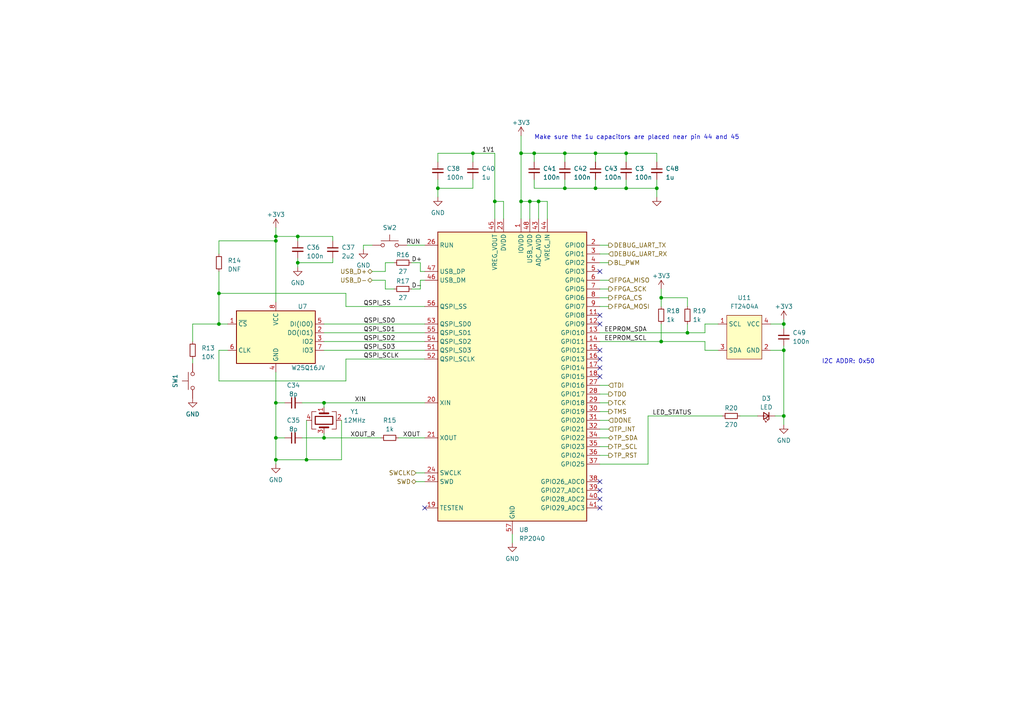
<source format=kicad_sch>
(kicad_sch
	(version 20231120)
	(generator "eeschema")
	(generator_version "8.0")
	(uuid "9635b207-be56-4692-b7be-abdb3712be18")
	(paper "A4")
	(title_block
		(title "RP2040 Microcontroller")
		(date "2024-03-11")
		(rev "1")
		(company "https://github.com/Cuprum77")
	)
	(lib_symbols
		(symbol "Cuprum:24C04_SOT23-5"
			(exclude_from_sim no)
			(in_bom yes)
			(on_board yes)
			(property "Reference" "U"
				(at 0 7.62 0)
				(effects
					(font
						(size 1.27 1.27)
					)
				)
			)
			(property "Value" "FT2404A"
				(at 0 -8.128 0)
				(effects
					(font
						(size 1.27 1.27)
					)
				)
			)
			(property "Footprint" "Package_TO_SOT_SMD:SOT-23-5"
				(at 0 0 0)
				(effects
					(font
						(size 1.27 1.27)
					)
					(hide yes)
				)
			)
			(property "Datasheet" ""
				(at 0 0 0)
				(effects
					(font
						(size 1.27 1.27)
					)
					(hide yes)
				)
			)
			(property "Description" ""
				(at 0 0 0)
				(effects
					(font
						(size 1.27 1.27)
					)
					(hide yes)
				)
			)
			(symbol "24C04_SOT23-5_0_1"
				(rectangle
					(start -5.08 6.35)
					(end 5.08 -6.35)
					(stroke
						(width 0)
						(type default)
					)
					(fill
						(type background)
					)
				)
			)
			(symbol "24C04_SOT23-5_1_1"
				(pin input line
					(at -7.62 3.81 0)
					(length 2.54)
					(name "SCL"
						(effects
							(font
								(size 1.27 1.27)
							)
						)
					)
					(number "1"
						(effects
							(font
								(size 1.27 1.27)
							)
						)
					)
				)
				(pin input line
					(at 7.62 -3.81 180)
					(length 2.54)
					(name "GND"
						(effects
							(font
								(size 1.27 1.27)
							)
						)
					)
					(number "2"
						(effects
							(font
								(size 1.27 1.27)
							)
						)
					)
				)
				(pin input line
					(at -7.62 -3.81 0)
					(length 2.54)
					(name "SDA"
						(effects
							(font
								(size 1.27 1.27)
							)
						)
					)
					(number "3"
						(effects
							(font
								(size 1.27 1.27)
							)
						)
					)
				)
				(pin input line
					(at 7.62 3.81 180)
					(length 2.54)
					(name "VCC"
						(effects
							(font
								(size 1.27 1.27)
							)
						)
					)
					(number "4"
						(effects
							(font
								(size 1.27 1.27)
							)
						)
					)
				)
			)
		)
		(symbol "Device:C_Small"
			(pin_numbers hide)
			(pin_names
				(offset 0.254) hide)
			(exclude_from_sim no)
			(in_bom yes)
			(on_board yes)
			(property "Reference" "C"
				(at 0.254 1.778 0)
				(effects
					(font
						(size 1.27 1.27)
					)
					(justify left)
				)
			)
			(property "Value" "C_Small"
				(at 0.254 -2.032 0)
				(effects
					(font
						(size 1.27 1.27)
					)
					(justify left)
				)
			)
			(property "Footprint" ""
				(at 0 0 0)
				(effects
					(font
						(size 1.27 1.27)
					)
					(hide yes)
				)
			)
			(property "Datasheet" "~"
				(at 0 0 0)
				(effects
					(font
						(size 1.27 1.27)
					)
					(hide yes)
				)
			)
			(property "Description" "Unpolarized capacitor, small symbol"
				(at 0 0 0)
				(effects
					(font
						(size 1.27 1.27)
					)
					(hide yes)
				)
			)
			(property "ki_keywords" "capacitor cap"
				(at 0 0 0)
				(effects
					(font
						(size 1.27 1.27)
					)
					(hide yes)
				)
			)
			(property "ki_fp_filters" "C_*"
				(at 0 0 0)
				(effects
					(font
						(size 1.27 1.27)
					)
					(hide yes)
				)
			)
			(symbol "C_Small_0_1"
				(polyline
					(pts
						(xy -1.524 -0.508) (xy 1.524 -0.508)
					)
					(stroke
						(width 0.3302)
						(type default)
					)
					(fill
						(type none)
					)
				)
				(polyline
					(pts
						(xy -1.524 0.508) (xy 1.524 0.508)
					)
					(stroke
						(width 0.3048)
						(type default)
					)
					(fill
						(type none)
					)
				)
			)
			(symbol "C_Small_1_1"
				(pin passive line
					(at 0 2.54 270)
					(length 2.032)
					(name "~"
						(effects
							(font
								(size 1.27 1.27)
							)
						)
					)
					(number "1"
						(effects
							(font
								(size 1.27 1.27)
							)
						)
					)
				)
				(pin passive line
					(at 0 -2.54 90)
					(length 2.032)
					(name "~"
						(effects
							(font
								(size 1.27 1.27)
							)
						)
					)
					(number "2"
						(effects
							(font
								(size 1.27 1.27)
							)
						)
					)
				)
			)
		)
		(symbol "Device:Crystal_GND24"
			(pin_names
				(offset 1.016) hide)
			(exclude_from_sim no)
			(in_bom yes)
			(on_board yes)
			(property "Reference" "Y"
				(at 3.175 5.08 0)
				(effects
					(font
						(size 1.27 1.27)
					)
					(justify left)
				)
			)
			(property "Value" "Crystal_GND24"
				(at 3.175 3.175 0)
				(effects
					(font
						(size 1.27 1.27)
					)
					(justify left)
				)
			)
			(property "Footprint" ""
				(at 0 0 0)
				(effects
					(font
						(size 1.27 1.27)
					)
					(hide yes)
				)
			)
			(property "Datasheet" "~"
				(at 0 0 0)
				(effects
					(font
						(size 1.27 1.27)
					)
					(hide yes)
				)
			)
			(property "Description" "Four pin crystal, GND on pins 2 and 4"
				(at 0 0 0)
				(effects
					(font
						(size 1.27 1.27)
					)
					(hide yes)
				)
			)
			(property "ki_keywords" "quartz ceramic resonator oscillator"
				(at 0 0 0)
				(effects
					(font
						(size 1.27 1.27)
					)
					(hide yes)
				)
			)
			(property "ki_fp_filters" "Crystal*"
				(at 0 0 0)
				(effects
					(font
						(size 1.27 1.27)
					)
					(hide yes)
				)
			)
			(symbol "Crystal_GND24_0_1"
				(rectangle
					(start -1.143 2.54)
					(end 1.143 -2.54)
					(stroke
						(width 0.3048)
						(type default)
					)
					(fill
						(type none)
					)
				)
				(polyline
					(pts
						(xy -2.54 0) (xy -2.032 0)
					)
					(stroke
						(width 0)
						(type default)
					)
					(fill
						(type none)
					)
				)
				(polyline
					(pts
						(xy -2.032 -1.27) (xy -2.032 1.27)
					)
					(stroke
						(width 0.508)
						(type default)
					)
					(fill
						(type none)
					)
				)
				(polyline
					(pts
						(xy 0 -3.81) (xy 0 -3.556)
					)
					(stroke
						(width 0)
						(type default)
					)
					(fill
						(type none)
					)
				)
				(polyline
					(pts
						(xy 0 3.556) (xy 0 3.81)
					)
					(stroke
						(width 0)
						(type default)
					)
					(fill
						(type none)
					)
				)
				(polyline
					(pts
						(xy 2.032 -1.27) (xy 2.032 1.27)
					)
					(stroke
						(width 0.508)
						(type default)
					)
					(fill
						(type none)
					)
				)
				(polyline
					(pts
						(xy 2.032 0) (xy 2.54 0)
					)
					(stroke
						(width 0)
						(type default)
					)
					(fill
						(type none)
					)
				)
				(polyline
					(pts
						(xy -2.54 -2.286) (xy -2.54 -3.556) (xy 2.54 -3.556) (xy 2.54 -2.286)
					)
					(stroke
						(width 0)
						(type default)
					)
					(fill
						(type none)
					)
				)
				(polyline
					(pts
						(xy -2.54 2.286) (xy -2.54 3.556) (xy 2.54 3.556) (xy 2.54 2.286)
					)
					(stroke
						(width 0)
						(type default)
					)
					(fill
						(type none)
					)
				)
			)
			(symbol "Crystal_GND24_1_1"
				(pin passive line
					(at -3.81 0 0)
					(length 1.27)
					(name "1"
						(effects
							(font
								(size 1.27 1.27)
							)
						)
					)
					(number "1"
						(effects
							(font
								(size 1.27 1.27)
							)
						)
					)
				)
				(pin passive line
					(at 0 5.08 270)
					(length 1.27)
					(name "2"
						(effects
							(font
								(size 1.27 1.27)
							)
						)
					)
					(number "2"
						(effects
							(font
								(size 1.27 1.27)
							)
						)
					)
				)
				(pin passive line
					(at 3.81 0 180)
					(length 1.27)
					(name "3"
						(effects
							(font
								(size 1.27 1.27)
							)
						)
					)
					(number "3"
						(effects
							(font
								(size 1.27 1.27)
							)
						)
					)
				)
				(pin passive line
					(at 0 -5.08 90)
					(length 1.27)
					(name "4"
						(effects
							(font
								(size 1.27 1.27)
							)
						)
					)
					(number "4"
						(effects
							(font
								(size 1.27 1.27)
							)
						)
					)
				)
			)
		)
		(symbol "Device:LED_Small"
			(pin_numbers hide)
			(pin_names
				(offset 0.254) hide)
			(exclude_from_sim no)
			(in_bom yes)
			(on_board yes)
			(property "Reference" "D"
				(at -1.27 3.175 0)
				(effects
					(font
						(size 1.27 1.27)
					)
					(justify left)
				)
			)
			(property "Value" "LED_Small"
				(at -4.445 -2.54 0)
				(effects
					(font
						(size 1.27 1.27)
					)
					(justify left)
				)
			)
			(property "Footprint" ""
				(at 0 0 90)
				(effects
					(font
						(size 1.27 1.27)
					)
					(hide yes)
				)
			)
			(property "Datasheet" "~"
				(at 0 0 90)
				(effects
					(font
						(size 1.27 1.27)
					)
					(hide yes)
				)
			)
			(property "Description" "Light emitting diode, small symbol"
				(at 0 0 0)
				(effects
					(font
						(size 1.27 1.27)
					)
					(hide yes)
				)
			)
			(property "ki_keywords" "LED diode light-emitting-diode"
				(at 0 0 0)
				(effects
					(font
						(size 1.27 1.27)
					)
					(hide yes)
				)
			)
			(property "ki_fp_filters" "LED* LED_SMD:* LED_THT:*"
				(at 0 0 0)
				(effects
					(font
						(size 1.27 1.27)
					)
					(hide yes)
				)
			)
			(symbol "LED_Small_0_1"
				(polyline
					(pts
						(xy -0.762 -1.016) (xy -0.762 1.016)
					)
					(stroke
						(width 0.254)
						(type default)
					)
					(fill
						(type none)
					)
				)
				(polyline
					(pts
						(xy 1.016 0) (xy -0.762 0)
					)
					(stroke
						(width 0)
						(type default)
					)
					(fill
						(type none)
					)
				)
				(polyline
					(pts
						(xy 0.762 -1.016) (xy -0.762 0) (xy 0.762 1.016) (xy 0.762 -1.016)
					)
					(stroke
						(width 0.254)
						(type default)
					)
					(fill
						(type none)
					)
				)
				(polyline
					(pts
						(xy 0 0.762) (xy -0.508 1.27) (xy -0.254 1.27) (xy -0.508 1.27) (xy -0.508 1.016)
					)
					(stroke
						(width 0)
						(type default)
					)
					(fill
						(type none)
					)
				)
				(polyline
					(pts
						(xy 0.508 1.27) (xy 0 1.778) (xy 0.254 1.778) (xy 0 1.778) (xy 0 1.524)
					)
					(stroke
						(width 0)
						(type default)
					)
					(fill
						(type none)
					)
				)
			)
			(symbol "LED_Small_1_1"
				(pin passive line
					(at -2.54 0 0)
					(length 1.778)
					(name "K"
						(effects
							(font
								(size 1.27 1.27)
							)
						)
					)
					(number "1"
						(effects
							(font
								(size 1.27 1.27)
							)
						)
					)
				)
				(pin passive line
					(at 2.54 0 180)
					(length 1.778)
					(name "A"
						(effects
							(font
								(size 1.27 1.27)
							)
						)
					)
					(number "2"
						(effects
							(font
								(size 1.27 1.27)
							)
						)
					)
				)
			)
		)
		(symbol "Device:R_Small"
			(pin_numbers hide)
			(pin_names
				(offset 0.254) hide)
			(exclude_from_sim no)
			(in_bom yes)
			(on_board yes)
			(property "Reference" "R"
				(at 0.762 0.508 0)
				(effects
					(font
						(size 1.27 1.27)
					)
					(justify left)
				)
			)
			(property "Value" "R_Small"
				(at 0.762 -1.016 0)
				(effects
					(font
						(size 1.27 1.27)
					)
					(justify left)
				)
			)
			(property "Footprint" ""
				(at 0 0 0)
				(effects
					(font
						(size 1.27 1.27)
					)
					(hide yes)
				)
			)
			(property "Datasheet" "~"
				(at 0 0 0)
				(effects
					(font
						(size 1.27 1.27)
					)
					(hide yes)
				)
			)
			(property "Description" "Resistor, small symbol"
				(at 0 0 0)
				(effects
					(font
						(size 1.27 1.27)
					)
					(hide yes)
				)
			)
			(property "ki_keywords" "R resistor"
				(at 0 0 0)
				(effects
					(font
						(size 1.27 1.27)
					)
					(hide yes)
				)
			)
			(property "ki_fp_filters" "R_*"
				(at 0 0 0)
				(effects
					(font
						(size 1.27 1.27)
					)
					(hide yes)
				)
			)
			(symbol "R_Small_0_1"
				(rectangle
					(start -0.762 1.778)
					(end 0.762 -1.778)
					(stroke
						(width 0.2032)
						(type default)
					)
					(fill
						(type none)
					)
				)
			)
			(symbol "R_Small_1_1"
				(pin passive line
					(at 0 2.54 270)
					(length 0.762)
					(name "~"
						(effects
							(font
								(size 1.27 1.27)
							)
						)
					)
					(number "1"
						(effects
							(font
								(size 1.27 1.27)
							)
						)
					)
				)
				(pin passive line
					(at 0 -2.54 90)
					(length 0.762)
					(name "~"
						(effects
							(font
								(size 1.27 1.27)
							)
						)
					)
					(number "2"
						(effects
							(font
								(size 1.27 1.27)
							)
						)
					)
				)
			)
		)
		(symbol "MCU_RaspberryPi:RP2040"
			(exclude_from_sim no)
			(in_bom yes)
			(on_board yes)
			(property "Reference" "U"
				(at 17.78 45.72 0)
				(effects
					(font
						(size 1.27 1.27)
					)
				)
			)
			(property "Value" "RP2040"
				(at 17.78 43.18 0)
				(effects
					(font
						(size 1.27 1.27)
					)
				)
			)
			(property "Footprint" "Package_DFN_QFN:QFN-56-1EP_7x7mm_P0.4mm_EP3.2x3.2mm"
				(at 0 0 0)
				(effects
					(font
						(size 1.27 1.27)
					)
					(hide yes)
				)
			)
			(property "Datasheet" "https://datasheets.raspberrypi.com/rp2040/rp2040-datasheet.pdf"
				(at 0 0 0)
				(effects
					(font
						(size 1.27 1.27)
					)
					(hide yes)
				)
			)
			(property "Description" "A microcontroller by Raspberry Pi"
				(at 0 0 0)
				(effects
					(font
						(size 1.27 1.27)
					)
					(hide yes)
				)
			)
			(property "ki_keywords" "RP2040 ARM Cortex-M0+ USB"
				(at 0 0 0)
				(effects
					(font
						(size 1.27 1.27)
					)
					(hide yes)
				)
			)
			(property "ki_fp_filters" "QFN*1EP*7x7mm?P0.4mm*"
				(at 0 0 0)
				(effects
					(font
						(size 1.27 1.27)
					)
					(hide yes)
				)
			)
			(symbol "RP2040_0_1"
				(rectangle
					(start -21.59 41.91)
					(end 21.59 -41.91)
					(stroke
						(width 0.254)
						(type default)
					)
					(fill
						(type background)
					)
				)
			)
			(symbol "RP2040_1_1"
				(pin power_in line
					(at 2.54 45.72 270)
					(length 3.81)
					(name "IOVDD"
						(effects
							(font
								(size 1.27 1.27)
							)
						)
					)
					(number "1"
						(effects
							(font
								(size 1.27 1.27)
							)
						)
					)
				)
				(pin passive line
					(at 2.54 45.72 270)
					(length 3.81) hide
					(name "IOVDD"
						(effects
							(font
								(size 1.27 1.27)
							)
						)
					)
					(number "10"
						(effects
							(font
								(size 1.27 1.27)
							)
						)
					)
				)
				(pin bidirectional line
					(at 25.4 17.78 180)
					(length 3.81)
					(name "GPIO8"
						(effects
							(font
								(size 1.27 1.27)
							)
						)
					)
					(number "11"
						(effects
							(font
								(size 1.27 1.27)
							)
						)
					)
				)
				(pin bidirectional line
					(at 25.4 15.24 180)
					(length 3.81)
					(name "GPIO9"
						(effects
							(font
								(size 1.27 1.27)
							)
						)
					)
					(number "12"
						(effects
							(font
								(size 1.27 1.27)
							)
						)
					)
				)
				(pin bidirectional line
					(at 25.4 12.7 180)
					(length 3.81)
					(name "GPIO10"
						(effects
							(font
								(size 1.27 1.27)
							)
						)
					)
					(number "13"
						(effects
							(font
								(size 1.27 1.27)
							)
						)
					)
				)
				(pin bidirectional line
					(at 25.4 10.16 180)
					(length 3.81)
					(name "GPIO11"
						(effects
							(font
								(size 1.27 1.27)
							)
						)
					)
					(number "14"
						(effects
							(font
								(size 1.27 1.27)
							)
						)
					)
				)
				(pin bidirectional line
					(at 25.4 7.62 180)
					(length 3.81)
					(name "GPIO12"
						(effects
							(font
								(size 1.27 1.27)
							)
						)
					)
					(number "15"
						(effects
							(font
								(size 1.27 1.27)
							)
						)
					)
				)
				(pin bidirectional line
					(at 25.4 5.08 180)
					(length 3.81)
					(name "GPIO13"
						(effects
							(font
								(size 1.27 1.27)
							)
						)
					)
					(number "16"
						(effects
							(font
								(size 1.27 1.27)
							)
						)
					)
				)
				(pin bidirectional line
					(at 25.4 2.54 180)
					(length 3.81)
					(name "GPIO14"
						(effects
							(font
								(size 1.27 1.27)
							)
						)
					)
					(number "17"
						(effects
							(font
								(size 1.27 1.27)
							)
						)
					)
				)
				(pin bidirectional line
					(at 25.4 0 180)
					(length 3.81)
					(name "GPIO15"
						(effects
							(font
								(size 1.27 1.27)
							)
						)
					)
					(number "18"
						(effects
							(font
								(size 1.27 1.27)
							)
						)
					)
				)
				(pin input line
					(at -25.4 -38.1 0)
					(length 3.81)
					(name "TESTEN"
						(effects
							(font
								(size 1.27 1.27)
							)
						)
					)
					(number "19"
						(effects
							(font
								(size 1.27 1.27)
							)
						)
					)
				)
				(pin bidirectional line
					(at 25.4 38.1 180)
					(length 3.81)
					(name "GPIO0"
						(effects
							(font
								(size 1.27 1.27)
							)
						)
					)
					(number "2"
						(effects
							(font
								(size 1.27 1.27)
							)
						)
					)
				)
				(pin input line
					(at -25.4 -7.62 0)
					(length 3.81)
					(name "XIN"
						(effects
							(font
								(size 1.27 1.27)
							)
						)
					)
					(number "20"
						(effects
							(font
								(size 1.27 1.27)
							)
						)
					)
				)
				(pin passive line
					(at -25.4 -17.78 0)
					(length 3.81)
					(name "XOUT"
						(effects
							(font
								(size 1.27 1.27)
							)
						)
					)
					(number "21"
						(effects
							(font
								(size 1.27 1.27)
							)
						)
					)
				)
				(pin passive line
					(at 2.54 45.72 270)
					(length 3.81) hide
					(name "IOVDD"
						(effects
							(font
								(size 1.27 1.27)
							)
						)
					)
					(number "22"
						(effects
							(font
								(size 1.27 1.27)
							)
						)
					)
				)
				(pin power_in line
					(at -2.54 45.72 270)
					(length 3.81)
					(name "DVDD"
						(effects
							(font
								(size 1.27 1.27)
							)
						)
					)
					(number "23"
						(effects
							(font
								(size 1.27 1.27)
							)
						)
					)
				)
				(pin output line
					(at -25.4 -27.94 0)
					(length 3.81)
					(name "SWCLK"
						(effects
							(font
								(size 1.27 1.27)
							)
						)
					)
					(number "24"
						(effects
							(font
								(size 1.27 1.27)
							)
						)
					)
				)
				(pin bidirectional line
					(at -25.4 -30.48 0)
					(length 3.81)
					(name "SWD"
						(effects
							(font
								(size 1.27 1.27)
							)
						)
					)
					(number "25"
						(effects
							(font
								(size 1.27 1.27)
							)
						)
					)
				)
				(pin input line
					(at -25.4 38.1 0)
					(length 3.81)
					(name "RUN"
						(effects
							(font
								(size 1.27 1.27)
							)
						)
					)
					(number "26"
						(effects
							(font
								(size 1.27 1.27)
							)
						)
					)
				)
				(pin bidirectional line
					(at 25.4 -2.54 180)
					(length 3.81)
					(name "GPIO16"
						(effects
							(font
								(size 1.27 1.27)
							)
						)
					)
					(number "27"
						(effects
							(font
								(size 1.27 1.27)
							)
						)
					)
				)
				(pin bidirectional line
					(at 25.4 -5.08 180)
					(length 3.81)
					(name "GPIO17"
						(effects
							(font
								(size 1.27 1.27)
							)
						)
					)
					(number "28"
						(effects
							(font
								(size 1.27 1.27)
							)
						)
					)
				)
				(pin bidirectional line
					(at 25.4 -7.62 180)
					(length 3.81)
					(name "GPIO18"
						(effects
							(font
								(size 1.27 1.27)
							)
						)
					)
					(number "29"
						(effects
							(font
								(size 1.27 1.27)
							)
						)
					)
				)
				(pin bidirectional line
					(at 25.4 35.56 180)
					(length 3.81)
					(name "GPIO1"
						(effects
							(font
								(size 1.27 1.27)
							)
						)
					)
					(number "3"
						(effects
							(font
								(size 1.27 1.27)
							)
						)
					)
				)
				(pin bidirectional line
					(at 25.4 -10.16 180)
					(length 3.81)
					(name "GPIO19"
						(effects
							(font
								(size 1.27 1.27)
							)
						)
					)
					(number "30"
						(effects
							(font
								(size 1.27 1.27)
							)
						)
					)
				)
				(pin bidirectional line
					(at 25.4 -12.7 180)
					(length 3.81)
					(name "GPIO20"
						(effects
							(font
								(size 1.27 1.27)
							)
						)
					)
					(number "31"
						(effects
							(font
								(size 1.27 1.27)
							)
						)
					)
				)
				(pin bidirectional line
					(at 25.4 -15.24 180)
					(length 3.81)
					(name "GPIO21"
						(effects
							(font
								(size 1.27 1.27)
							)
						)
					)
					(number "32"
						(effects
							(font
								(size 1.27 1.27)
							)
						)
					)
				)
				(pin passive line
					(at 2.54 45.72 270)
					(length 3.81) hide
					(name "IOVDD"
						(effects
							(font
								(size 1.27 1.27)
							)
						)
					)
					(number "33"
						(effects
							(font
								(size 1.27 1.27)
							)
						)
					)
				)
				(pin bidirectional line
					(at 25.4 -17.78 180)
					(length 3.81)
					(name "GPIO22"
						(effects
							(font
								(size 1.27 1.27)
							)
						)
					)
					(number "34"
						(effects
							(font
								(size 1.27 1.27)
							)
						)
					)
				)
				(pin bidirectional line
					(at 25.4 -20.32 180)
					(length 3.81)
					(name "GPIO23"
						(effects
							(font
								(size 1.27 1.27)
							)
						)
					)
					(number "35"
						(effects
							(font
								(size 1.27 1.27)
							)
						)
					)
				)
				(pin bidirectional line
					(at 25.4 -22.86 180)
					(length 3.81)
					(name "GPIO24"
						(effects
							(font
								(size 1.27 1.27)
							)
						)
					)
					(number "36"
						(effects
							(font
								(size 1.27 1.27)
							)
						)
					)
				)
				(pin bidirectional line
					(at 25.4 -25.4 180)
					(length 3.81)
					(name "GPIO25"
						(effects
							(font
								(size 1.27 1.27)
							)
						)
					)
					(number "37"
						(effects
							(font
								(size 1.27 1.27)
							)
						)
					)
				)
				(pin bidirectional line
					(at 25.4 -30.48 180)
					(length 3.81)
					(name "GPIO26_ADC0"
						(effects
							(font
								(size 1.27 1.27)
							)
						)
					)
					(number "38"
						(effects
							(font
								(size 1.27 1.27)
							)
						)
					)
				)
				(pin bidirectional line
					(at 25.4 -33.02 180)
					(length 3.81)
					(name "GPIO27_ADC1"
						(effects
							(font
								(size 1.27 1.27)
							)
						)
					)
					(number "39"
						(effects
							(font
								(size 1.27 1.27)
							)
						)
					)
				)
				(pin bidirectional line
					(at 25.4 33.02 180)
					(length 3.81)
					(name "GPIO2"
						(effects
							(font
								(size 1.27 1.27)
							)
						)
					)
					(number "4"
						(effects
							(font
								(size 1.27 1.27)
							)
						)
					)
				)
				(pin bidirectional line
					(at 25.4 -35.56 180)
					(length 3.81)
					(name "GPIO28_ADC2"
						(effects
							(font
								(size 1.27 1.27)
							)
						)
					)
					(number "40"
						(effects
							(font
								(size 1.27 1.27)
							)
						)
					)
				)
				(pin bidirectional line
					(at 25.4 -38.1 180)
					(length 3.81)
					(name "GPIO29_ADC3"
						(effects
							(font
								(size 1.27 1.27)
							)
						)
					)
					(number "41"
						(effects
							(font
								(size 1.27 1.27)
							)
						)
					)
				)
				(pin passive line
					(at 2.54 45.72 270)
					(length 3.81) hide
					(name "IOVDD"
						(effects
							(font
								(size 1.27 1.27)
							)
						)
					)
					(number "42"
						(effects
							(font
								(size 1.27 1.27)
							)
						)
					)
				)
				(pin power_in line
					(at 7.62 45.72 270)
					(length 3.81)
					(name "ADC_AVDD"
						(effects
							(font
								(size 1.27 1.27)
							)
						)
					)
					(number "43"
						(effects
							(font
								(size 1.27 1.27)
							)
						)
					)
				)
				(pin power_in line
					(at 10.16 45.72 270)
					(length 3.81)
					(name "VREG_IN"
						(effects
							(font
								(size 1.27 1.27)
							)
						)
					)
					(number "44"
						(effects
							(font
								(size 1.27 1.27)
							)
						)
					)
				)
				(pin power_out line
					(at -5.08 45.72 270)
					(length 3.81)
					(name "VREG_VOUT"
						(effects
							(font
								(size 1.27 1.27)
							)
						)
					)
					(number "45"
						(effects
							(font
								(size 1.27 1.27)
							)
						)
					)
				)
				(pin bidirectional line
					(at -25.4 27.94 0)
					(length 3.81)
					(name "USB_DM"
						(effects
							(font
								(size 1.27 1.27)
							)
						)
					)
					(number "46"
						(effects
							(font
								(size 1.27 1.27)
							)
						)
					)
				)
				(pin bidirectional line
					(at -25.4 30.48 0)
					(length 3.81)
					(name "USB_DP"
						(effects
							(font
								(size 1.27 1.27)
							)
						)
					)
					(number "47"
						(effects
							(font
								(size 1.27 1.27)
							)
						)
					)
				)
				(pin power_in line
					(at 5.08 45.72 270)
					(length 3.81)
					(name "USB_VDD"
						(effects
							(font
								(size 1.27 1.27)
							)
						)
					)
					(number "48"
						(effects
							(font
								(size 1.27 1.27)
							)
						)
					)
				)
				(pin passive line
					(at 2.54 45.72 270)
					(length 3.81) hide
					(name "IOVDD"
						(effects
							(font
								(size 1.27 1.27)
							)
						)
					)
					(number "49"
						(effects
							(font
								(size 1.27 1.27)
							)
						)
					)
				)
				(pin bidirectional line
					(at 25.4 30.48 180)
					(length 3.81)
					(name "GPIO3"
						(effects
							(font
								(size 1.27 1.27)
							)
						)
					)
					(number "5"
						(effects
							(font
								(size 1.27 1.27)
							)
						)
					)
				)
				(pin passive line
					(at -2.54 45.72 270)
					(length 3.81) hide
					(name "DVDD"
						(effects
							(font
								(size 1.27 1.27)
							)
						)
					)
					(number "50"
						(effects
							(font
								(size 1.27 1.27)
							)
						)
					)
				)
				(pin bidirectional line
					(at -25.4 7.62 0)
					(length 3.81)
					(name "QSPI_SD3"
						(effects
							(font
								(size 1.27 1.27)
							)
						)
					)
					(number "51"
						(effects
							(font
								(size 1.27 1.27)
							)
						)
					)
				)
				(pin output line
					(at -25.4 5.08 0)
					(length 3.81)
					(name "QSPI_SCLK"
						(effects
							(font
								(size 1.27 1.27)
							)
						)
					)
					(number "52"
						(effects
							(font
								(size 1.27 1.27)
							)
						)
					)
				)
				(pin bidirectional line
					(at -25.4 15.24 0)
					(length 3.81)
					(name "QSPI_SD0"
						(effects
							(font
								(size 1.27 1.27)
							)
						)
					)
					(number "53"
						(effects
							(font
								(size 1.27 1.27)
							)
						)
					)
				)
				(pin bidirectional line
					(at -25.4 10.16 0)
					(length 3.81)
					(name "QSPI_SD2"
						(effects
							(font
								(size 1.27 1.27)
							)
						)
					)
					(number "54"
						(effects
							(font
								(size 1.27 1.27)
							)
						)
					)
				)
				(pin bidirectional line
					(at -25.4 12.7 0)
					(length 3.81)
					(name "QSPI_SD1"
						(effects
							(font
								(size 1.27 1.27)
							)
						)
					)
					(number "55"
						(effects
							(font
								(size 1.27 1.27)
							)
						)
					)
				)
				(pin bidirectional line
					(at -25.4 20.32 0)
					(length 3.81)
					(name "QSPI_SS"
						(effects
							(font
								(size 1.27 1.27)
							)
						)
					)
					(number "56"
						(effects
							(font
								(size 1.27 1.27)
							)
						)
					)
				)
				(pin power_in line
					(at 0 -45.72 90)
					(length 3.81)
					(name "GND"
						(effects
							(font
								(size 1.27 1.27)
							)
						)
					)
					(number "57"
						(effects
							(font
								(size 1.27 1.27)
							)
						)
					)
				)
				(pin bidirectional line
					(at 25.4 27.94 180)
					(length 3.81)
					(name "GPIO4"
						(effects
							(font
								(size 1.27 1.27)
							)
						)
					)
					(number "6"
						(effects
							(font
								(size 1.27 1.27)
							)
						)
					)
				)
				(pin bidirectional line
					(at 25.4 25.4 180)
					(length 3.81)
					(name "GPIO5"
						(effects
							(font
								(size 1.27 1.27)
							)
						)
					)
					(number "7"
						(effects
							(font
								(size 1.27 1.27)
							)
						)
					)
				)
				(pin bidirectional line
					(at 25.4 22.86 180)
					(length 3.81)
					(name "GPIO6"
						(effects
							(font
								(size 1.27 1.27)
							)
						)
					)
					(number "8"
						(effects
							(font
								(size 1.27 1.27)
							)
						)
					)
				)
				(pin bidirectional line
					(at 25.4 20.32 180)
					(length 3.81)
					(name "GPIO7"
						(effects
							(font
								(size 1.27 1.27)
							)
						)
					)
					(number "9"
						(effects
							(font
								(size 1.27 1.27)
							)
						)
					)
				)
			)
		)
		(symbol "Memory_Flash:W25Q32JVSS"
			(exclude_from_sim no)
			(in_bom yes)
			(on_board yes)
			(property "Reference" "U3"
				(at 6.35 8.89 0)
				(effects
					(font
						(size 1.27 1.27)
					)
					(justify left)
				)
			)
			(property "Value" "W25Q16JV"
				(at 4.445 -8.89 0)
				(effects
					(font
						(size 1.27 1.27)
					)
					(justify left)
				)
			)
			(property "Footprint" "KiCAD Library:W25Q16JVUXIQ TR"
				(at 1.27 -19.05 0)
				(effects
					(font
						(size 1.27 1.27)
					)
					(hide yes)
				)
			)
			(property "Datasheet" "http://www.winbond.com/resource-files/w25q32jv%20revg%2003272018%20plus.pdf"
				(at 0 -19.05 0)
				(effects
					(font
						(size 1.27 1.27)
					)
					(hide yes)
				)
			)
			(property "Description" ""
				(at 0 0 0)
				(effects
					(font
						(size 1.27 1.27)
					)
					(hide yes)
				)
			)
			(property "ki_keywords" "flash memory SPI"
				(at 0 0 0)
				(effects
					(font
						(size 1.27 1.27)
					)
					(hide yes)
				)
			)
			(property "ki_fp_filters" "SOIC*5.23x5.23mm*P1.27mm*"
				(at 0 0 0)
				(effects
					(font
						(size 1.27 1.27)
					)
					(hide yes)
				)
			)
			(symbol "W25Q32JVSS_0_1"
				(rectangle
					(start -11.43 7.62)
					(end 11.43 -7.62)
					(stroke
						(width 0.254)
						(type default)
					)
					(fill
						(type background)
					)
				)
			)
			(symbol "W25Q32JVSS_1_1"
				(pin input line
					(at -13.97 3.81 0)
					(length 2.54)
					(name "~{CS}"
						(effects
							(font
								(size 1.27 1.27)
							)
						)
					)
					(number "1"
						(effects
							(font
								(size 1.27 1.27)
							)
						)
					)
				)
				(pin bidirectional line
					(at 13.97 1.27 180)
					(length 2.54)
					(name "DO(IO1)"
						(effects
							(font
								(size 1.27 1.27)
							)
						)
					)
					(number "2"
						(effects
							(font
								(size 1.27 1.27)
							)
						)
					)
				)
				(pin bidirectional line
					(at 13.97 -1.27 180)
					(length 2.54)
					(name "IO2"
						(effects
							(font
								(size 1.27 1.27)
							)
						)
					)
					(number "3"
						(effects
							(font
								(size 1.27 1.27)
							)
						)
					)
				)
				(pin power_in line
					(at 0 -10.16 90)
					(length 2.54)
					(name "GND"
						(effects
							(font
								(size 1.27 1.27)
							)
						)
					)
					(number "4"
						(effects
							(font
								(size 1.27 1.27)
							)
						)
					)
				)
				(pin bidirectional line
					(at 13.97 3.81 180)
					(length 2.54)
					(name "DI(IO0)"
						(effects
							(font
								(size 1.27 1.27)
							)
						)
					)
					(number "5"
						(effects
							(font
								(size 1.27 1.27)
							)
						)
					)
				)
				(pin input line
					(at -13.97 -3.81 0)
					(length 2.54)
					(name "CLK"
						(effects
							(font
								(size 1.27 1.27)
							)
						)
					)
					(number "6"
						(effects
							(font
								(size 1.27 1.27)
							)
						)
					)
				)
				(pin bidirectional line
					(at 13.97 -3.81 180)
					(length 2.54)
					(name "IO3"
						(effects
							(font
								(size 1.27 1.27)
							)
						)
					)
					(number "7"
						(effects
							(font
								(size 1.27 1.27)
							)
						)
					)
				)
				(pin power_in line
					(at 0 10.16 270)
					(length 2.54)
					(name "VCC"
						(effects
							(font
								(size 1.27 1.27)
							)
						)
					)
					(number "8"
						(effects
							(font
								(size 1.27 1.27)
							)
						)
					)
				)
				(pin power_in line
					(at 0 -10.16 90)
					(length 2.54) hide
					(name "GND"
						(effects
							(font
								(size 1.27 1.27)
							)
						)
					)
					(number "9"
						(effects
							(font
								(size 1.27 1.27)
							)
						)
					)
				)
			)
		)
		(symbol "Switch:SW_Push"
			(pin_numbers hide)
			(pin_names
				(offset 1.016) hide)
			(exclude_from_sim no)
			(in_bom yes)
			(on_board yes)
			(property "Reference" "SW"
				(at 1.27 2.54 0)
				(effects
					(font
						(size 1.27 1.27)
					)
					(justify left)
				)
			)
			(property "Value" "SW_Push"
				(at 0 -1.524 0)
				(effects
					(font
						(size 1.27 1.27)
					)
				)
			)
			(property "Footprint" ""
				(at 0 5.08 0)
				(effects
					(font
						(size 1.27 1.27)
					)
					(hide yes)
				)
			)
			(property "Datasheet" "~"
				(at 0 5.08 0)
				(effects
					(font
						(size 1.27 1.27)
					)
					(hide yes)
				)
			)
			(property "Description" "Push button switch, generic, two pins"
				(at 0 0 0)
				(effects
					(font
						(size 1.27 1.27)
					)
					(hide yes)
				)
			)
			(property "ki_keywords" "switch normally-open pushbutton push-button"
				(at 0 0 0)
				(effects
					(font
						(size 1.27 1.27)
					)
					(hide yes)
				)
			)
			(symbol "SW_Push_0_1"
				(circle
					(center -2.032 0)
					(radius 0.508)
					(stroke
						(width 0)
						(type default)
					)
					(fill
						(type none)
					)
				)
				(polyline
					(pts
						(xy 0 1.27) (xy 0 3.048)
					)
					(stroke
						(width 0)
						(type default)
					)
					(fill
						(type none)
					)
				)
				(polyline
					(pts
						(xy 2.54 1.27) (xy -2.54 1.27)
					)
					(stroke
						(width 0)
						(type default)
					)
					(fill
						(type none)
					)
				)
				(circle
					(center 2.032 0)
					(radius 0.508)
					(stroke
						(width 0)
						(type default)
					)
					(fill
						(type none)
					)
				)
				(pin passive line
					(at -5.08 0 0)
					(length 2.54)
					(name "1"
						(effects
							(font
								(size 1.27 1.27)
							)
						)
					)
					(number "1"
						(effects
							(font
								(size 1.27 1.27)
							)
						)
					)
				)
				(pin passive line
					(at 5.08 0 180)
					(length 2.54)
					(name "2"
						(effects
							(font
								(size 1.27 1.27)
							)
						)
					)
					(number "2"
						(effects
							(font
								(size 1.27 1.27)
							)
						)
					)
				)
			)
		)
		(symbol "power:+3V3"
			(power)
			(pin_names
				(offset 0)
			)
			(exclude_from_sim no)
			(in_bom yes)
			(on_board yes)
			(property "Reference" "#PWR"
				(at 0 -3.81 0)
				(effects
					(font
						(size 1.27 1.27)
					)
					(hide yes)
				)
			)
			(property "Value" "+3V3"
				(at 0 3.556 0)
				(effects
					(font
						(size 1.27 1.27)
					)
				)
			)
			(property "Footprint" ""
				(at 0 0 0)
				(effects
					(font
						(size 1.27 1.27)
					)
					(hide yes)
				)
			)
			(property "Datasheet" ""
				(at 0 0 0)
				(effects
					(font
						(size 1.27 1.27)
					)
					(hide yes)
				)
			)
			(property "Description" "Power symbol creates a global label with name \"+3V3\""
				(at 0 0 0)
				(effects
					(font
						(size 1.27 1.27)
					)
					(hide yes)
				)
			)
			(property "ki_keywords" "global power"
				(at 0 0 0)
				(effects
					(font
						(size 1.27 1.27)
					)
					(hide yes)
				)
			)
			(symbol "+3V3_0_1"
				(polyline
					(pts
						(xy -0.762 1.27) (xy 0 2.54)
					)
					(stroke
						(width 0)
						(type default)
					)
					(fill
						(type none)
					)
				)
				(polyline
					(pts
						(xy 0 0) (xy 0 2.54)
					)
					(stroke
						(width 0)
						(type default)
					)
					(fill
						(type none)
					)
				)
				(polyline
					(pts
						(xy 0 2.54) (xy 0.762 1.27)
					)
					(stroke
						(width 0)
						(type default)
					)
					(fill
						(type none)
					)
				)
			)
			(symbol "+3V3_1_1"
				(pin power_in line
					(at 0 0 90)
					(length 0) hide
					(name "+3V3"
						(effects
							(font
								(size 1.27 1.27)
							)
						)
					)
					(number "1"
						(effects
							(font
								(size 1.27 1.27)
							)
						)
					)
				)
			)
		)
		(symbol "power:GND"
			(power)
			(pin_names
				(offset 0)
			)
			(exclude_from_sim no)
			(in_bom yes)
			(on_board yes)
			(property "Reference" "#PWR"
				(at 0 -6.35 0)
				(effects
					(font
						(size 1.27 1.27)
					)
					(hide yes)
				)
			)
			(property "Value" "GND"
				(at 0 -3.81 0)
				(effects
					(font
						(size 1.27 1.27)
					)
				)
			)
			(property "Footprint" ""
				(at 0 0 0)
				(effects
					(font
						(size 1.27 1.27)
					)
					(hide yes)
				)
			)
			(property "Datasheet" ""
				(at 0 0 0)
				(effects
					(font
						(size 1.27 1.27)
					)
					(hide yes)
				)
			)
			(property "Description" "Power symbol creates a global label with name \"GND\" , ground"
				(at 0 0 0)
				(effects
					(font
						(size 1.27 1.27)
					)
					(hide yes)
				)
			)
			(property "ki_keywords" "power-flag"
				(at 0 0 0)
				(effects
					(font
						(size 1.27 1.27)
					)
					(hide yes)
				)
			)
			(symbol "GND_0_1"
				(polyline
					(pts
						(xy 0 0) (xy 0 -1.27) (xy 1.27 -1.27) (xy 0 -2.54) (xy -1.27 -1.27) (xy 0 -1.27)
					)
					(stroke
						(width 0)
						(type default)
					)
					(fill
						(type none)
					)
				)
			)
			(symbol "GND_1_1"
				(pin power_in line
					(at 0 0 270)
					(length 0) hide
					(name "GND"
						(effects
							(font
								(size 1.27 1.27)
							)
						)
					)
					(number "1"
						(effects
							(font
								(size 1.27 1.27)
							)
						)
					)
				)
			)
		)
	)
	(junction
		(at 227.33 101.6)
		(diameter 0)
		(color 0 0 0 0)
		(uuid "08d297bc-2c5e-49fb-8426-ed878b6486d5")
	)
	(junction
		(at 191.77 99.06)
		(diameter 0)
		(color 0 0 0 0)
		(uuid "099b3789-e354-4061-85cf-d22049fc90db")
	)
	(junction
		(at 151.13 44.45)
		(diameter 0)
		(color 0 0 0 0)
		(uuid "11cf1a78-5fb6-4e5c-ba2f-df0b069e14aa")
	)
	(junction
		(at 151.13 58.42)
		(diameter 0)
		(color 0 0 0 0)
		(uuid "15c46a01-b320-47c2-af82-4aef3eb2052f")
	)
	(junction
		(at 191.77 86.36)
		(diameter 0)
		(color 0 0 0 0)
		(uuid "28bf370d-faf8-4ecb-a4c4-0f7d5b22ed2a")
	)
	(junction
		(at 227.33 120.65)
		(diameter 0)
		(color 0 0 0 0)
		(uuid "3622da85-1c74-42f9-a50e-b1f76a70fad7")
	)
	(junction
		(at 63.5 85.09)
		(diameter 0)
		(color 0 0 0 0)
		(uuid "36bf7c25-b804-4821-8c9d-2f989a1ce7aa")
	)
	(junction
		(at 190.5 54.61)
		(diameter 0)
		(color 0 0 0 0)
		(uuid "399e7d98-3fbc-44ee-824d-580b69ddd6c8")
	)
	(junction
		(at 93.98 116.84)
		(diameter 0)
		(color 0 0 0 0)
		(uuid "39eb0bea-7fee-411c-a599-6e53baa75f52")
	)
	(junction
		(at 156.21 58.42)
		(diameter 0)
		(color 0 0 0 0)
		(uuid "4d5e1a88-13dc-400a-8776-559d1ec9a621")
	)
	(junction
		(at 127 54.61)
		(diameter 0)
		(color 0 0 0 0)
		(uuid "521e1a28-9a5a-42c9-bbd0-9839f802c4d4")
	)
	(junction
		(at 154.94 44.45)
		(diameter 0)
		(color 0 0 0 0)
		(uuid "628c2aa5-bda9-4ad2-8b04-07bf09323e1e")
	)
	(junction
		(at 80.01 69.85)
		(diameter 0)
		(color 0 0 0 0)
		(uuid "7aac0e49-689d-4416-89a9-002edf51af69")
	)
	(junction
		(at 163.83 54.61)
		(diameter 0)
		(color 0 0 0 0)
		(uuid "7dedc295-db30-4013-8128-09e5fcc1360c")
	)
	(junction
		(at 137.16 44.45)
		(diameter 0)
		(color 0 0 0 0)
		(uuid "85bcf507-7607-4b69-a03e-19efca796eb6")
	)
	(junction
		(at 80.01 116.84)
		(diameter 0)
		(color 0 0 0 0)
		(uuid "8aad3803-7904-4355-9e7b-952a85ed3813")
	)
	(junction
		(at 181.61 54.61)
		(diameter 0)
		(color 0 0 0 0)
		(uuid "912c0c73-0890-4b5a-99e1-e19d1e45fd3c")
	)
	(junction
		(at 227.33 93.98)
		(diameter 0)
		(color 0 0 0 0)
		(uuid "93a9111c-d5f7-485a-94a8-81d353f7eac9")
	)
	(junction
		(at 153.67 58.42)
		(diameter 0)
		(color 0 0 0 0)
		(uuid "947317a7-5403-4a7c-9cb1-afd473530de8")
	)
	(junction
		(at 172.72 44.45)
		(diameter 0)
		(color 0 0 0 0)
		(uuid "98ff803f-caed-4a60-aab1-0f828112112f")
	)
	(junction
		(at 199.39 96.52)
		(diameter 0)
		(color 0 0 0 0)
		(uuid "9db8e431-845c-4a4f-86f4-e2a6b89e28c0")
	)
	(junction
		(at 88.9 133.35)
		(diameter 0)
		(color 0 0 0 0)
		(uuid "9efbffa4-0d6a-496f-a691-bf3bb6710a49")
	)
	(junction
		(at 181.61 44.45)
		(diameter 0)
		(color 0 0 0 0)
		(uuid "a00a7114-18c2-47b6-bb1b-51476af36c52")
	)
	(junction
		(at 86.36 76.2)
		(diameter 0)
		(color 0 0 0 0)
		(uuid "a83f187f-c702-4637-a75c-a740f0057d81")
	)
	(junction
		(at 143.51 58.42)
		(diameter 0)
		(color 0 0 0 0)
		(uuid "add5a7c4-fa85-4f5e-8280-93872048d6a0")
	)
	(junction
		(at 80.01 133.35)
		(diameter 0)
		(color 0 0 0 0)
		(uuid "bb5efd2a-4667-4ae3-8fce-8f34779d8777")
	)
	(junction
		(at 172.72 54.61)
		(diameter 0)
		(color 0 0 0 0)
		(uuid "bc1939d6-a71f-4221-bc7f-9329dd677ba0")
	)
	(junction
		(at 163.83 44.45)
		(diameter 0)
		(color 0 0 0 0)
		(uuid "d95296d5-c5d4-4a21-954e-af7f507468ca")
	)
	(junction
		(at 80.01 68.58)
		(diameter 0)
		(color 0 0 0 0)
		(uuid "e1ed4b3e-3750-443d-8d35-63f7a9aea30e")
	)
	(junction
		(at 93.98 127)
		(diameter 0)
		(color 0 0 0 0)
		(uuid "e3dfe22e-8497-490b-abf3-8790e4b9a123")
	)
	(junction
		(at 86.36 68.58)
		(diameter 0)
		(color 0 0 0 0)
		(uuid "eb5f5d1a-5004-4a9f-b2ad-3bdafe7fabfe")
	)
	(junction
		(at 63.5 93.98)
		(diameter 0)
		(color 0 0 0 0)
		(uuid "f64a9a1d-6a9b-4333-9f67-94129c672e41")
	)
	(junction
		(at 80.01 127)
		(diameter 0)
		(color 0 0 0 0)
		(uuid "f83064f7-07ea-4ff7-abc5-be4c8e559084")
	)
	(no_connect
		(at 173.99 78.74)
		(uuid "080978e6-7e2a-4da9-8c2c-72e4fe2cfffb")
	)
	(no_connect
		(at 173.99 93.98)
		(uuid "148c0871-1157-40fe-a8f3-3ebfbcd1fbe4")
	)
	(no_connect
		(at 173.99 91.44)
		(uuid "28c89079-9569-4964-8345-590b6a454034")
	)
	(no_connect
		(at 123.19 147.32)
		(uuid "2b4ba83f-69dd-4ff9-b9e8-056762255e17")
	)
	(no_connect
		(at 173.99 106.68)
		(uuid "3d3325a3-ae00-425f-86b4-b8b2ac0448bf")
	)
	(no_connect
		(at 173.99 139.7)
		(uuid "51f053b2-2d4a-4367-aec4-df6ad1e5afd9")
	)
	(no_connect
		(at 173.99 101.6)
		(uuid "57ed15d8-4cdd-4102-9a1a-09034d621783")
	)
	(no_connect
		(at 173.99 142.24)
		(uuid "64816cb3-bb3c-472a-bee2-073c34729737")
	)
	(no_connect
		(at 173.99 104.14)
		(uuid "6a408d9e-f23a-4dfe-9f04-442c37c443be")
	)
	(no_connect
		(at 173.99 144.78)
		(uuid "70518e35-ed57-444f-8c01-d3c3e50b704d")
	)
	(no_connect
		(at 173.99 147.32)
		(uuid "a1d0e0e8-8008-4169-81fd-0a62a0c745f2")
	)
	(no_connect
		(at 173.99 109.22)
		(uuid "ab188883-aa0d-4e38-812b-9ef8b9a3b690")
	)
	(wire
		(pts
			(xy 227.33 101.6) (xy 227.33 120.65)
		)
		(stroke
			(width 0)
			(type default)
		)
		(uuid "006478ae-6efe-4713-a52e-cc29764ecb9e")
	)
	(wire
		(pts
			(xy 176.53 111.76) (xy 173.99 111.76)
		)
		(stroke
			(width 0)
			(type default)
		)
		(uuid "03688d9a-55a3-4069-bec3-56f398a91ad4")
	)
	(wire
		(pts
			(xy 173.99 134.62) (xy 187.96 134.62)
		)
		(stroke
			(width 0)
			(type default)
		)
		(uuid "05285d4e-c0f2-408e-96d9-20745eb79b66")
	)
	(wire
		(pts
			(xy 187.96 120.65) (xy 187.96 134.62)
		)
		(stroke
			(width 0)
			(type default)
		)
		(uuid "08d2ae2c-f21d-43f4-8525-73b4f50763ad")
	)
	(wire
		(pts
			(xy 151.13 44.45) (xy 151.13 58.42)
		)
		(stroke
			(width 0)
			(type default)
		)
		(uuid "093cd0f6-08d8-4d58-8a66-33947e197d67")
	)
	(wire
		(pts
			(xy 63.5 85.09) (xy 100.33 85.09)
		)
		(stroke
			(width 0)
			(type default)
		)
		(uuid "0ae7a10f-dd6c-4630-852b-a4f46953b7b5")
	)
	(wire
		(pts
			(xy 176.53 81.28) (xy 173.99 81.28)
		)
		(stroke
			(width 0)
			(type default)
		)
		(uuid "0cff7f22-5a35-4617-b04a-6f3f3fd198ca")
	)
	(wire
		(pts
			(xy 172.72 54.61) (xy 172.72 52.07)
		)
		(stroke
			(width 0)
			(type default)
		)
		(uuid "0ebcf9e3-0145-4f8b-9516-6309a0d0bc31")
	)
	(wire
		(pts
			(xy 55.88 93.98) (xy 55.88 99.06)
		)
		(stroke
			(width 0)
			(type default)
		)
		(uuid "0eff9904-9835-4828-9354-107db60f33d7")
	)
	(wire
		(pts
			(xy 80.01 127) (xy 80.01 116.84)
		)
		(stroke
			(width 0)
			(type default)
		)
		(uuid "10a7548b-d37a-46e7-ad5d-bac13cb23450")
	)
	(wire
		(pts
			(xy 151.13 58.42) (xy 151.13 63.5)
		)
		(stroke
			(width 0)
			(type default)
		)
		(uuid "1229da44-b488-47cb-ba4f-32181085d586")
	)
	(wire
		(pts
			(xy 173.99 129.54) (xy 176.53 129.54)
		)
		(stroke
			(width 0)
			(type default)
		)
		(uuid "12aa8cfc-c4ec-4634-9efc-30baaa43dba8")
	)
	(wire
		(pts
			(xy 87.63 116.84) (xy 93.98 116.84)
		)
		(stroke
			(width 0)
			(type default)
		)
		(uuid "1416ac20-9e5f-49ed-8d28-ecd8f18bc871")
	)
	(wire
		(pts
			(xy 105.41 71.12) (xy 107.95 71.12)
		)
		(stroke
			(width 0)
			(type default)
		)
		(uuid "156754b9-4c59-42e0-85d4-12e3f484e781")
	)
	(wire
		(pts
			(xy 119.38 76.2) (xy 121.92 76.2)
		)
		(stroke
			(width 0)
			(type default)
		)
		(uuid "17e29cd5-8834-4dae-a129-c9e7b73570f4")
	)
	(wire
		(pts
			(xy 176.53 88.9) (xy 173.99 88.9)
		)
		(stroke
			(width 0)
			(type default)
		)
		(uuid "19a7b131-ddf3-4438-90ee-522526ab057d")
	)
	(wire
		(pts
			(xy 93.98 99.06) (xy 123.19 99.06)
		)
		(stroke
			(width 0)
			(type default)
		)
		(uuid "1c567145-2572-4cc2-aba2-e7d961fca868")
	)
	(wire
		(pts
			(xy 121.92 81.28) (xy 123.19 81.28)
		)
		(stroke
			(width 0)
			(type default)
		)
		(uuid "1ca0dd35-65b8-45c4-add4-e2d764f05afd")
	)
	(wire
		(pts
			(xy 143.51 44.45) (xy 143.51 58.42)
		)
		(stroke
			(width 0)
			(type default)
		)
		(uuid "1d8c6e9b-ea66-4253-a101-77359a286d55")
	)
	(wire
		(pts
			(xy 181.61 44.45) (xy 181.61 46.99)
		)
		(stroke
			(width 0)
			(type default)
		)
		(uuid "20b88c6a-d0cf-4986-b9fe-762378cbe2e3")
	)
	(wire
		(pts
			(xy 190.5 52.07) (xy 190.5 54.61)
		)
		(stroke
			(width 0)
			(type default)
		)
		(uuid "220df7b0-fc66-4ed9-b1f8-30d57fd9d9cd")
	)
	(wire
		(pts
			(xy 176.53 73.66) (xy 173.99 73.66)
		)
		(stroke
			(width 0)
			(type default)
		)
		(uuid "227859c1-4f23-40d0-bdfb-57e97eb6517b")
	)
	(wire
		(pts
			(xy 93.98 93.98) (xy 123.19 93.98)
		)
		(stroke
			(width 0)
			(type default)
		)
		(uuid "24a30aba-2346-4d0d-af5e-f08403bcd646")
	)
	(wire
		(pts
			(xy 163.83 54.61) (xy 163.83 52.07)
		)
		(stroke
			(width 0)
			(type default)
		)
		(uuid "25b6ea56-8318-4c13-b660-01562d68863d")
	)
	(wire
		(pts
			(xy 80.01 69.85) (xy 80.01 87.63)
		)
		(stroke
			(width 0)
			(type default)
		)
		(uuid "289dee23-4dc4-4de3-affe-298aeb3e2051")
	)
	(wire
		(pts
			(xy 163.83 44.45) (xy 163.83 46.99)
		)
		(stroke
			(width 0)
			(type default)
		)
		(uuid "28dd4343-d5a5-4e6d-9659-35e974c9d5a0")
	)
	(wire
		(pts
			(xy 191.77 86.36) (xy 199.39 86.36)
		)
		(stroke
			(width 0)
			(type default)
		)
		(uuid "2a414dbc-b92c-444b-a203-1938ed9163e9")
	)
	(wire
		(pts
			(xy 154.94 44.45) (xy 163.83 44.45)
		)
		(stroke
			(width 0)
			(type default)
		)
		(uuid "2e4844a5-213a-4b76-acf8-de634528df55")
	)
	(wire
		(pts
			(xy 55.88 93.98) (xy 63.5 93.98)
		)
		(stroke
			(width 0)
			(type default)
		)
		(uuid "2fc84dc3-40bc-4007-a9f3-fb066f9dc9c4")
	)
	(wire
		(pts
			(xy 100.33 88.9) (xy 100.33 85.09)
		)
		(stroke
			(width 0)
			(type default)
		)
		(uuid "30f9d467-a8b6-4ea3-b01b-a9d2b05d7df7")
	)
	(wire
		(pts
			(xy 63.5 101.6) (xy 66.04 101.6)
		)
		(stroke
			(width 0)
			(type default)
		)
		(uuid "39280304-ad66-43f5-a4d1-26aa93261c8a")
	)
	(wire
		(pts
			(xy 127 54.61) (xy 137.16 54.61)
		)
		(stroke
			(width 0)
			(type default)
		)
		(uuid "3966e7ba-9349-46a9-bd8c-40794ca7f795")
	)
	(wire
		(pts
			(xy 204.47 99.06) (xy 204.47 101.6)
		)
		(stroke
			(width 0)
			(type default)
		)
		(uuid "3a7c1a10-ce45-496d-a4c1-af595e1dda39")
	)
	(wire
		(pts
			(xy 127 44.45) (xy 137.16 44.45)
		)
		(stroke
			(width 0)
			(type default)
		)
		(uuid "3c8494d7-a113-4af6-9a4d-4c7d48d15f46")
	)
	(wire
		(pts
			(xy 204.47 96.52) (xy 204.47 93.98)
		)
		(stroke
			(width 0)
			(type default)
		)
		(uuid "3d7da24a-6d8d-4ac6-ad02-511cb07aece0")
	)
	(wire
		(pts
			(xy 227.33 92.71) (xy 227.33 93.98)
		)
		(stroke
			(width 0)
			(type default)
		)
		(uuid "3e47a2de-3f44-4fb8-8b97-1b95a2838193")
	)
	(wire
		(pts
			(xy 191.77 86.36) (xy 191.77 88.9)
		)
		(stroke
			(width 0)
			(type default)
		)
		(uuid "3ea03a9f-ff2f-407d-b279-9b13085bd1a3")
	)
	(wire
		(pts
			(xy 163.83 44.45) (xy 172.72 44.45)
		)
		(stroke
			(width 0)
			(type default)
		)
		(uuid "3ecb4369-99ff-47f6-bd63-e9885ad1587c")
	)
	(wire
		(pts
			(xy 63.5 78.74) (xy 63.5 85.09)
		)
		(stroke
			(width 0)
			(type default)
		)
		(uuid "3f617ad8-67e9-4fa1-b0e2-484fc5e56e71")
	)
	(wire
		(pts
			(xy 96.52 76.2) (xy 86.36 76.2)
		)
		(stroke
			(width 0)
			(type default)
		)
		(uuid "40452767-5620-48d7-b5cb-be80a03fbb75")
	)
	(wire
		(pts
			(xy 191.77 83.82) (xy 191.77 86.36)
		)
		(stroke
			(width 0)
			(type default)
		)
		(uuid "407ac94d-50ba-4f16-9992-b79a6033b6c4")
	)
	(wire
		(pts
			(xy 111.76 81.28) (xy 107.95 81.28)
		)
		(stroke
			(width 0)
			(type default)
		)
		(uuid "43070be0-42c3-4c24-86ac-6dcb63057677")
	)
	(wire
		(pts
			(xy 55.88 104.14) (xy 55.88 105.41)
		)
		(stroke
			(width 0)
			(type default)
		)
		(uuid "444b1e34-e73a-4801-ad48-c29318ab7c25")
	)
	(wire
		(pts
			(xy 173.99 121.92) (xy 176.53 121.92)
		)
		(stroke
			(width 0)
			(type default)
		)
		(uuid "448f0885-4bce-4057-9d43-8a81b6fb6830")
	)
	(wire
		(pts
			(xy 100.33 88.9) (xy 123.19 88.9)
		)
		(stroke
			(width 0)
			(type default)
		)
		(uuid "487a919c-264a-48c0-8f6b-33d9bb5f03c7")
	)
	(wire
		(pts
			(xy 154.94 52.07) (xy 154.94 54.61)
		)
		(stroke
			(width 0)
			(type default)
		)
		(uuid "4983ff16-0f32-41a7-86e0-de580c5e3b55")
	)
	(wire
		(pts
			(xy 176.53 119.38) (xy 173.99 119.38)
		)
		(stroke
			(width 0)
			(type default)
		)
		(uuid "4af33eed-14f9-4c5b-9990-eb08e2b49abd")
	)
	(wire
		(pts
			(xy 191.77 93.98) (xy 191.77 99.06)
		)
		(stroke
			(width 0)
			(type default)
		)
		(uuid "4b39431b-7b42-45b3-9415-d45db4bda8b3")
	)
	(wire
		(pts
			(xy 99.06 121.92) (xy 99.06 133.35)
		)
		(stroke
			(width 0)
			(type default)
		)
		(uuid "4df372ff-dfb3-4c8c-b0f9-01ae9219cb15")
	)
	(wire
		(pts
			(xy 137.16 52.07) (xy 137.16 54.61)
		)
		(stroke
			(width 0)
			(type default)
		)
		(uuid "53465a27-c29a-4aef-9259-b9bd4170a753")
	)
	(wire
		(pts
			(xy 172.72 54.61) (xy 181.61 54.61)
		)
		(stroke
			(width 0)
			(type default)
		)
		(uuid "53e4516f-be34-412c-8c94-ea4584e6df2f")
	)
	(wire
		(pts
			(xy 63.5 69.85) (xy 80.01 69.85)
		)
		(stroke
			(width 0)
			(type default)
		)
		(uuid "542120b3-12ca-4dbb-865a-2013d00f5adb")
	)
	(wire
		(pts
			(xy 105.41 72.39) (xy 105.41 71.12)
		)
		(stroke
			(width 0)
			(type default)
		)
		(uuid "5686c538-91ee-4bff-8cec-b1ac86359e56")
	)
	(wire
		(pts
			(xy 156.21 63.5) (xy 156.21 58.42)
		)
		(stroke
			(width 0)
			(type default)
		)
		(uuid "569cd6c2-4c11-45c6-8328-7130f8f21e86")
	)
	(wire
		(pts
			(xy 88.9 121.92) (xy 88.9 133.35)
		)
		(stroke
			(width 0)
			(type default)
		)
		(uuid "5713e07a-9a56-4734-a5f5-57695fd022f9")
	)
	(wire
		(pts
			(xy 181.61 54.61) (xy 190.5 54.61)
		)
		(stroke
			(width 0)
			(type default)
		)
		(uuid "58654edd-a82c-40e6-a7ec-fe28a624521b")
	)
	(wire
		(pts
			(xy 214.63 120.65) (xy 219.71 120.65)
		)
		(stroke
			(width 0)
			(type default)
		)
		(uuid "5aab87d4-29d1-4aa4-b7aa-e2233a3f7817")
	)
	(wire
		(pts
			(xy 154.94 44.45) (xy 154.94 46.99)
		)
		(stroke
			(width 0)
			(type default)
		)
		(uuid "5baa11a3-0576-4060-9acb-c38967505611")
	)
	(wire
		(pts
			(xy 227.33 95.25) (xy 227.33 93.98)
		)
		(stroke
			(width 0)
			(type default)
		)
		(uuid "5db3a91c-762f-411f-bc53-c39a2abc0064")
	)
	(wire
		(pts
			(xy 154.94 54.61) (xy 163.83 54.61)
		)
		(stroke
			(width 0)
			(type default)
		)
		(uuid "5e2a22f9-fa9b-4517-88f0-76dc0e05de7e")
	)
	(wire
		(pts
			(xy 158.75 63.5) (xy 158.75 58.42)
		)
		(stroke
			(width 0)
			(type default)
		)
		(uuid "60ccf050-668e-4b1e-a6dd-6b00f59e6d4a")
	)
	(wire
		(pts
			(xy 151.13 39.37) (xy 151.13 44.45)
		)
		(stroke
			(width 0)
			(type default)
		)
		(uuid "60f2c597-8489-4986-8668-03ec82c7406b")
	)
	(wire
		(pts
			(xy 148.59 157.48) (xy 148.59 154.94)
		)
		(stroke
			(width 0)
			(type default)
		)
		(uuid "612344c2-62b6-4f29-b430-e84937238804")
	)
	(wire
		(pts
			(xy 111.76 76.2) (xy 111.76 78.74)
		)
		(stroke
			(width 0)
			(type default)
		)
		(uuid "613647c6-9d8f-4d07-9a95-78f02743ed0f")
	)
	(wire
		(pts
			(xy 93.98 101.6) (xy 123.19 101.6)
		)
		(stroke
			(width 0)
			(type default)
		)
		(uuid "6568700e-fbde-4c77-b819-8d6a2b10b62f")
	)
	(wire
		(pts
			(xy 172.72 44.45) (xy 181.61 44.45)
		)
		(stroke
			(width 0)
			(type default)
		)
		(uuid "6670390e-b18b-4d98-97dd-87ce40bf7f7b")
	)
	(wire
		(pts
			(xy 153.67 63.5) (xy 153.67 58.42)
		)
		(stroke
			(width 0)
			(type default)
		)
		(uuid "6886c85e-31ac-4428-a5be-10a3f6908aaa")
	)
	(wire
		(pts
			(xy 93.98 96.52) (xy 123.19 96.52)
		)
		(stroke
			(width 0)
			(type default)
		)
		(uuid "68fbcb08-745f-446d-beb6-4ed43ee275a5")
	)
	(wire
		(pts
			(xy 115.57 127) (xy 123.19 127)
		)
		(stroke
			(width 0)
			(type default)
		)
		(uuid "697cb550-05e7-40d2-8e63-2f1cdbb490ee")
	)
	(wire
		(pts
			(xy 191.77 99.06) (xy 204.47 99.06)
		)
		(stroke
			(width 0)
			(type default)
		)
		(uuid "6a3abebb-189e-4b19-84d3-63ecf77e27ad")
	)
	(wire
		(pts
			(xy 80.01 116.84) (xy 82.55 116.84)
		)
		(stroke
			(width 0)
			(type default)
		)
		(uuid "6cec4085-0e56-4c7d-b750-a17a7d162834")
	)
	(wire
		(pts
			(xy 158.75 58.42) (xy 156.21 58.42)
		)
		(stroke
			(width 0)
			(type default)
		)
		(uuid "6d479545-5215-4b92-9925-a9d343c2f532")
	)
	(wire
		(pts
			(xy 199.39 96.52) (xy 204.47 96.52)
		)
		(stroke
			(width 0)
			(type default)
		)
		(uuid "6d6ccb04-437e-469c-b6c5-ccb04726e877")
	)
	(wire
		(pts
			(xy 127 52.07) (xy 127 54.61)
		)
		(stroke
			(width 0)
			(type default)
		)
		(uuid "6ed6870b-2f20-4e09-8e31-5f5623744d3e")
	)
	(wire
		(pts
			(xy 63.5 110.49) (xy 63.5 101.6)
		)
		(stroke
			(width 0)
			(type default)
		)
		(uuid "710b7699-b8c9-4e97-8b30-9066fe3ceb49")
	)
	(wire
		(pts
			(xy 173.99 127) (xy 176.53 127)
		)
		(stroke
			(width 0)
			(type default)
		)
		(uuid "73663046-3efb-4b59-8a03-b4a1b803a825")
	)
	(wire
		(pts
			(xy 187.96 120.65) (xy 209.55 120.65)
		)
		(stroke
			(width 0)
			(type default)
		)
		(uuid "750b843d-b1da-4a41-8495-2e926bdafe1d")
	)
	(wire
		(pts
			(xy 199.39 86.36) (xy 199.39 88.9)
		)
		(stroke
			(width 0)
			(type default)
		)
		(uuid "79223833-52d6-441d-a158-2ee616e1ad21")
	)
	(wire
		(pts
			(xy 100.33 104.14) (xy 123.19 104.14)
		)
		(stroke
			(width 0)
			(type default)
		)
		(uuid "797cf13b-4b88-4c88-b310-b67800281ef1")
	)
	(wire
		(pts
			(xy 176.53 114.3) (xy 173.99 114.3)
		)
		(stroke
			(width 0)
			(type default)
		)
		(uuid "7ce4b252-0b43-459f-9b80-363603c37a91")
	)
	(wire
		(pts
			(xy 93.98 127) (xy 110.49 127)
		)
		(stroke
			(width 0)
			(type default)
		)
		(uuid "7d3c29c8-73da-4b19-9ff7-df5badd1fc44")
	)
	(wire
		(pts
			(xy 63.5 93.98) (xy 66.04 93.98)
		)
		(stroke
			(width 0)
			(type default)
		)
		(uuid "7e4a79e6-f0bf-4f50-97e1-27e33527558b")
	)
	(wire
		(pts
			(xy 99.06 133.35) (xy 88.9 133.35)
		)
		(stroke
			(width 0)
			(type default)
		)
		(uuid "7f9f971f-5aad-4d47-bb29-791997ad1847")
	)
	(wire
		(pts
			(xy 190.5 54.61) (xy 190.5 57.15)
		)
		(stroke
			(width 0)
			(type default)
		)
		(uuid "831c0930-519f-41dd-8e68-0abc803df0e9")
	)
	(wire
		(pts
			(xy 156.21 58.42) (xy 153.67 58.42)
		)
		(stroke
			(width 0)
			(type default)
		)
		(uuid "838d2509-6864-4e09-b8f0-13767cbab1e4")
	)
	(wire
		(pts
			(xy 80.01 68.58) (xy 86.36 68.58)
		)
		(stroke
			(width 0)
			(type default)
		)
		(uuid "83a08677-cd9d-4495-8dd6-810f0df5af0f")
	)
	(wire
		(pts
			(xy 96.52 69.85) (xy 96.52 68.58)
		)
		(stroke
			(width 0)
			(type default)
		)
		(uuid "888722ba-3503-4b43-8049-b0fecf897b37")
	)
	(wire
		(pts
			(xy 86.36 76.2) (xy 86.36 77.47)
		)
		(stroke
			(width 0)
			(type default)
		)
		(uuid "8a8fbae0-4134-40ef-abf9-a3083045969d")
	)
	(wire
		(pts
			(xy 227.33 123.19) (xy 227.33 120.65)
		)
		(stroke
			(width 0)
			(type default)
		)
		(uuid "8cc6df0a-6f42-446e-b486-3632ed902fe1")
	)
	(wire
		(pts
			(xy 111.76 76.2) (xy 114.3 76.2)
		)
		(stroke
			(width 0)
			(type default)
		)
		(uuid "8dac47ce-b51d-433f-943e-3b9e3642b773")
	)
	(wire
		(pts
			(xy 111.76 78.74) (xy 107.95 78.74)
		)
		(stroke
			(width 0)
			(type default)
		)
		(uuid "95e9a43f-bcb8-490b-ae4a-59b51525da81")
	)
	(wire
		(pts
			(xy 137.16 44.45) (xy 137.16 46.99)
		)
		(stroke
			(width 0)
			(type default)
		)
		(uuid "97b5b6f7-1b7d-4c93-9032-b0050f3c9147")
	)
	(wire
		(pts
			(xy 199.39 96.52) (xy 199.39 93.98)
		)
		(stroke
			(width 0)
			(type default)
		)
		(uuid "9855aea3-0fdd-462e-925e-439dee3cbd91")
	)
	(wire
		(pts
			(xy 121.92 76.2) (xy 121.92 78.74)
		)
		(stroke
			(width 0)
			(type default)
		)
		(uuid "987b1ab8-6102-4ab3-ac64-c531a9349f7c")
	)
	(wire
		(pts
			(xy 173.99 99.06) (xy 191.77 99.06)
		)
		(stroke
			(width 0)
			(type default)
		)
		(uuid "9910b6e5-97c2-410b-b5c1-54c58e3c474c")
	)
	(wire
		(pts
			(xy 143.51 63.5) (xy 143.51 58.42)
		)
		(stroke
			(width 0)
			(type default)
		)
		(uuid "992e80a5-cca3-4e2f-add7-3ff69972f53b")
	)
	(wire
		(pts
			(xy 173.99 124.46) (xy 176.53 124.46)
		)
		(stroke
			(width 0)
			(type default)
		)
		(uuid "9b803d91-7728-44bb-a9b8-8313ee1fe537")
	)
	(wire
		(pts
			(xy 63.5 85.09) (xy 63.5 93.98)
		)
		(stroke
			(width 0)
			(type default)
		)
		(uuid "9bf516ec-3463-4921-ab8c-6040539a83ba")
	)
	(wire
		(pts
			(xy 181.61 44.45) (xy 190.5 44.45)
		)
		(stroke
			(width 0)
			(type default)
		)
		(uuid "a32a74fe-184c-4717-ae52-a240fb6dcf57")
	)
	(wire
		(pts
			(xy 176.53 116.84) (xy 173.99 116.84)
		)
		(stroke
			(width 0)
			(type default)
		)
		(uuid "a3394a0c-b387-4958-ad15-95eaa55adb85")
	)
	(wire
		(pts
			(xy 153.67 58.42) (xy 151.13 58.42)
		)
		(stroke
			(width 0)
			(type default)
		)
		(uuid "ac3bba6c-3b88-4530-a8a7-83eea84b8353")
	)
	(wire
		(pts
			(xy 80.01 134.62) (xy 80.01 133.35)
		)
		(stroke
			(width 0)
			(type default)
		)
		(uuid "b1207396-03ea-4211-acfe-9fc8f68805b3")
	)
	(wire
		(pts
			(xy 80.01 133.35) (xy 88.9 133.35)
		)
		(stroke
			(width 0)
			(type default)
		)
		(uuid "b131df3b-6d2a-4d2a-929d-5782f62a78bd")
	)
	(wire
		(pts
			(xy 93.98 118.11) (xy 93.98 116.84)
		)
		(stroke
			(width 0)
			(type default)
		)
		(uuid "b238c82e-4f42-46f3-9198-8da32b4ec7d1")
	)
	(wire
		(pts
			(xy 181.61 54.61) (xy 181.61 52.07)
		)
		(stroke
			(width 0)
			(type default)
		)
		(uuid "b3547cf9-0720-457a-8791-2f7a0d8bbb00")
	)
	(wire
		(pts
			(xy 127 54.61) (xy 127 57.15)
		)
		(stroke
			(width 0)
			(type default)
		)
		(uuid "b576e244-e283-4f6b-a8f9-27b3f4430c6d")
	)
	(wire
		(pts
			(xy 111.76 83.82) (xy 114.3 83.82)
		)
		(stroke
			(width 0)
			(type default)
		)
		(uuid "b797b624-c7bc-49ed-a8fd-0223560f7902")
	)
	(wire
		(pts
			(xy 80.01 107.95) (xy 80.01 116.84)
		)
		(stroke
			(width 0)
			(type default)
		)
		(uuid "b7cd6a42-60f7-4f01-81f6-90e4c46c203b")
	)
	(wire
		(pts
			(xy 111.76 83.82) (xy 111.76 81.28)
		)
		(stroke
			(width 0)
			(type default)
		)
		(uuid "b81bb660-aeee-4607-8376-6954d2e500c1")
	)
	(wire
		(pts
			(xy 121.92 78.74) (xy 123.19 78.74)
		)
		(stroke
			(width 0)
			(type default)
		)
		(uuid "b9234ac9-e851-435d-95af-d2c7388c270f")
	)
	(wire
		(pts
			(xy 173.99 96.52) (xy 199.39 96.52)
		)
		(stroke
			(width 0)
			(type default)
		)
		(uuid "b99e521b-94c9-47cc-ac93-2aec82e216b6")
	)
	(wire
		(pts
			(xy 227.33 100.33) (xy 227.33 101.6)
		)
		(stroke
			(width 0)
			(type default)
		)
		(uuid "b9e6361c-4f28-46f7-a0e7-404e96fd31da")
	)
	(wire
		(pts
			(xy 176.53 86.36) (xy 173.99 86.36)
		)
		(stroke
			(width 0)
			(type default)
		)
		(uuid "bab244de-2a6b-4a40-bfd3-df3a9012756f")
	)
	(wire
		(pts
			(xy 143.51 58.42) (xy 146.05 58.42)
		)
		(stroke
			(width 0)
			(type default)
		)
		(uuid "bcc461a7-3510-4dc2-94a7-826bc71669e9")
	)
	(wire
		(pts
			(xy 93.98 116.84) (xy 123.19 116.84)
		)
		(stroke
			(width 0)
			(type default)
		)
		(uuid "be2d3095-90a3-4d3c-afca-cf6bfeab6fc2")
	)
	(wire
		(pts
			(xy 127 44.45) (xy 127 46.99)
		)
		(stroke
			(width 0)
			(type default)
		)
		(uuid "beddba07-4e8f-4a62-b22c-311d356fceae")
	)
	(wire
		(pts
			(xy 100.33 104.14) (xy 100.33 110.49)
		)
		(stroke
			(width 0)
			(type default)
		)
		(uuid "c8767360-cb1a-40b3-9d42-ed5e659d42c3")
	)
	(wire
		(pts
			(xy 80.01 68.58) (xy 80.01 69.85)
		)
		(stroke
			(width 0)
			(type default)
		)
		(uuid "cb9d4502-a16e-4203-8ba1-4f8632ed8692")
	)
	(wire
		(pts
			(xy 120.65 139.7) (xy 123.19 139.7)
		)
		(stroke
			(width 0)
			(type default)
		)
		(uuid "cbceedc9-f7b4-4d5f-af38-426fdecfd958")
	)
	(wire
		(pts
			(xy 172.72 44.45) (xy 172.72 46.99)
		)
		(stroke
			(width 0)
			(type default)
		)
		(uuid "cbdcd1e5-e841-47af-8dc0-3416e0e383f1")
	)
	(wire
		(pts
			(xy 227.33 101.6) (xy 223.52 101.6)
		)
		(stroke
			(width 0)
			(type default)
		)
		(uuid "cc137264-9ff7-4a5c-a5c0-9521bca53e8f")
	)
	(wire
		(pts
			(xy 100.33 110.49) (xy 63.5 110.49)
		)
		(stroke
			(width 0)
			(type default)
		)
		(uuid "cc62e4ce-a095-43a1-9e05-f928cd0f1bee")
	)
	(wire
		(pts
			(xy 176.53 71.12) (xy 173.99 71.12)
		)
		(stroke
			(width 0)
			(type default)
		)
		(uuid "d0774b8d-a8d6-48eb-a121-868b32ab7cc5")
	)
	(wire
		(pts
			(xy 96.52 74.93) (xy 96.52 76.2)
		)
		(stroke
			(width 0)
			(type default)
		)
		(uuid "d0934cd1-54c1-42e8-b87f-6bea95069b55")
	)
	(wire
		(pts
			(xy 86.36 68.58) (xy 96.52 68.58)
		)
		(stroke
			(width 0)
			(type default)
		)
		(uuid "d42ee7cf-35f9-4986-b0bb-91f3b2bdefe3")
	)
	(wire
		(pts
			(xy 80.01 133.35) (xy 80.01 127)
		)
		(stroke
			(width 0)
			(type default)
		)
		(uuid "d7ad5bdf-691c-4e1b-bc9b-0e24a5603229")
	)
	(wire
		(pts
			(xy 137.16 44.45) (xy 143.51 44.45)
		)
		(stroke
			(width 0)
			(type default)
		)
		(uuid "d89fa7fc-73a1-474a-aee5-cd1e3efe72ca")
	)
	(wire
		(pts
			(xy 176.53 83.82) (xy 173.99 83.82)
		)
		(stroke
			(width 0)
			(type default)
		)
		(uuid "d8c808b6-215f-4573-b5a6-ae06c6fc57af")
	)
	(wire
		(pts
			(xy 163.83 54.61) (xy 172.72 54.61)
		)
		(stroke
			(width 0)
			(type default)
		)
		(uuid "dc49adff-0756-4661-8de2-fc0d8fd561fc")
	)
	(wire
		(pts
			(xy 120.65 137.16) (xy 123.19 137.16)
		)
		(stroke
			(width 0)
			(type default)
		)
		(uuid "dc98539e-f4df-46a4-a271-f877805f2029")
	)
	(wire
		(pts
			(xy 93.98 127) (xy 93.98 125.73)
		)
		(stroke
			(width 0)
			(type default)
		)
		(uuid "dd838617-f18c-4d6d-9775-5d4aa18f715e")
	)
	(wire
		(pts
			(xy 121.92 83.82) (xy 121.92 81.28)
		)
		(stroke
			(width 0)
			(type default)
		)
		(uuid "dfa078e8-c012-4366-bf8e-c98b876a6a1a")
	)
	(wire
		(pts
			(xy 190.5 44.45) (xy 190.5 46.99)
		)
		(stroke
			(width 0)
			(type default)
		)
		(uuid "e03d1a20-ce34-4f7d-8d69-5af9d3e77389")
	)
	(wire
		(pts
			(xy 204.47 93.98) (xy 208.28 93.98)
		)
		(stroke
			(width 0)
			(type default)
		)
		(uuid "e100808a-7304-4f1b-8496-5c626e2e5ca5")
	)
	(wire
		(pts
			(xy 86.36 69.85) (xy 86.36 68.58)
		)
		(stroke
			(width 0)
			(type default)
		)
		(uuid "e50ff51f-83a2-4b1d-9e93-1f9d076c4130")
	)
	(wire
		(pts
			(xy 119.38 83.82) (xy 121.92 83.82)
		)
		(stroke
			(width 0)
			(type default)
		)
		(uuid "e6e773d8-4e1e-43c1-8b80-aa256ccb2a30")
	)
	(wire
		(pts
			(xy 80.01 66.04) (xy 80.01 68.58)
		)
		(stroke
			(width 0)
			(type default)
		)
		(uuid "e7c323cd-eb41-4544-b8e1-624b8c284560")
	)
	(wire
		(pts
			(xy 227.33 93.98) (xy 223.52 93.98)
		)
		(stroke
			(width 0)
			(type default)
		)
		(uuid "eac1ea1e-e968-4750-86e6-3b0324442b61")
	)
	(wire
		(pts
			(xy 87.63 127) (xy 93.98 127)
		)
		(stroke
			(width 0)
			(type default)
		)
		(uuid "ec238654-30cc-4530-b40f-e384778da558")
	)
	(wire
		(pts
			(xy 227.33 120.65) (xy 224.79 120.65)
		)
		(stroke
			(width 0)
			(type default)
		)
		(uuid "ec60458c-3f62-417c-a94f-d860e6ea881a")
	)
	(wire
		(pts
			(xy 173.99 132.08) (xy 176.53 132.08)
		)
		(stroke
			(width 0)
			(type default)
		)
		(uuid "ef8b8a93-c3de-4565-b02b-e525d0a26123")
	)
	(wire
		(pts
			(xy 204.47 101.6) (xy 208.28 101.6)
		)
		(stroke
			(width 0)
			(type default)
		)
		(uuid "f09abff1-fe67-4fc0-b1c5-c1e5a813ffeb")
	)
	(wire
		(pts
			(xy 173.99 76.2) (xy 176.53 76.2)
		)
		(stroke
			(width 0)
			(type default)
		)
		(uuid "f0b3e5f5-88b7-4f36-a2f4-8b90d1416abe")
	)
	(wire
		(pts
			(xy 80.01 127) (xy 82.55 127)
		)
		(stroke
			(width 0)
			(type default)
		)
		(uuid "f0de337d-a25e-4404-9b8b-edb8ebc410a7")
	)
	(wire
		(pts
			(xy 86.36 74.93) (xy 86.36 76.2)
		)
		(stroke
			(width 0)
			(type default)
		)
		(uuid "f3a7bcb2-a4e8-4760-894f-528e497fe7fc")
	)
	(wire
		(pts
			(xy 146.05 58.42) (xy 146.05 63.5)
		)
		(stroke
			(width 0)
			(type default)
		)
		(uuid "f4a179ff-bf08-4517-9e48-d47f19be68fd")
	)
	(wire
		(pts
			(xy 118.11 71.12) (xy 123.19 71.12)
		)
		(stroke
			(width 0)
			(type default)
		)
		(uuid "f592aca9-455f-4a05-be6f-13a57e99a82c")
	)
	(wire
		(pts
			(xy 151.13 44.45) (xy 154.94 44.45)
		)
		(stroke
			(width 0)
			(type default)
		)
		(uuid "f98f831f-90a0-4be4-ad04-9896eca53a50")
	)
	(wire
		(pts
			(xy 63.5 69.85) (xy 63.5 73.66)
		)
		(stroke
			(width 0)
			(type default)
		)
		(uuid "fdb31a66-5a46-496a-8c1f-fd016c312ab2")
	)
	(text "I2C ADDR: 0x50"
		(exclude_from_sim no)
		(at 253.746 105.664 0)
		(effects
			(font
				(size 1.27 1.27)
			)
			(justify right bottom)
		)
		(uuid "15691185-4a54-4768-bcba-7436831e6728")
	)
	(text "Make sure the 1u capacitors are placed near pin 44 and 45"
		(exclude_from_sim no)
		(at 154.94 40.64 0)
		(effects
			(font
				(size 1.27 1.27)
			)
			(justify left bottom)
		)
		(uuid "a6e3dd83-7ed6-4387-866e-c93072eb9558")
	)
	(label "QSPI_SD2"
		(at 105.41 99.06 0)
		(fields_autoplaced yes)
		(effects
			(font
				(size 1.27 1.27)
			)
			(justify left bottom)
		)
		(uuid "088c20bd-da22-4f03-9c8b-8ddc0dd7832e")
	)
	(label "D+"
		(at 119.38 76.2 0)
		(fields_autoplaced yes)
		(effects
			(font
				(size 1.27 1.27)
			)
			(justify left bottom)
		)
		(uuid "19a0197a-1e69-4703-b78c-c79cf8b15f39")
	)
	(label "1V1"
		(at 143.51 44.45 180)
		(fields_autoplaced yes)
		(effects
			(font
				(size 1.27 1.27)
			)
			(justify right bottom)
		)
		(uuid "24fafb19-95ae-467c-b47d-821c71fdf031")
	)
	(label "LED_STATUS"
		(at 189.23 120.65 0)
		(fields_autoplaced yes)
		(effects
			(font
				(size 1.27 1.27)
			)
			(justify left bottom)
		)
		(uuid "39b09fc2-0919-4b60-bbc4-18b14ed66710")
	)
	(label "XOUT_R"
		(at 101.6 127 0)
		(fields_autoplaced yes)
		(effects
			(font
				(size 1.27 1.27)
			)
			(justify left bottom)
		)
		(uuid "39e815d6-a68e-484f-83ca-42e8d655ca32")
	)
	(label "XIN"
		(at 102.87 116.84 0)
		(fields_autoplaced yes)
		(effects
			(font
				(size 1.27 1.27)
			)
			(justify left bottom)
		)
		(uuid "57fd83f0-96a8-46e3-a99e-921a4d98a87d")
	)
	(label "XOUT"
		(at 116.84 127 0)
		(fields_autoplaced yes)
		(effects
			(font
				(size 1.27 1.27)
			)
			(justify left bottom)
		)
		(uuid "60283d99-706a-4ac0-bde3-3e3b844dace2")
	)
	(label "EEPROM_SCL"
		(at 175.26 99.06 0)
		(fields_autoplaced yes)
		(effects
			(font
				(size 1.27 1.27)
			)
			(justify left bottom)
		)
		(uuid "766498c4-444a-4d48-9ad8-b296e886ce60")
	)
	(label "QSPI_SS"
		(at 105.41 88.9 0)
		(fields_autoplaced yes)
		(effects
			(font
				(size 1.27 1.27)
			)
			(justify left bottom)
		)
		(uuid "95968256-6d3e-4bd6-9874-98019e7aab23")
	)
	(label "QSPI_SD1"
		(at 105.41 96.52 0)
		(fields_autoplaced yes)
		(effects
			(font
				(size 1.27 1.27)
			)
			(justify left bottom)
		)
		(uuid "b9b077b4-d30a-486a-bf0e-d3b8b286778d")
	)
	(label "RUN"
		(at 121.92 71.12 180)
		(fields_autoplaced yes)
		(effects
			(font
				(size 1.27 1.27)
			)
			(justify right bottom)
		)
		(uuid "ce694a03-17c4-4947-8cb0-fd287193ba92")
	)
	(label "QSPI_SD3"
		(at 105.41 101.6 0)
		(fields_autoplaced yes)
		(effects
			(font
				(size 1.27 1.27)
			)
			(justify left bottom)
		)
		(uuid "d0dc31bc-bd4a-490e-8335-22716d304d76")
	)
	(label "EEPROM_SDA"
		(at 175.26 96.52 0)
		(fields_autoplaced yes)
		(effects
			(font
				(size 1.27 1.27)
			)
			(justify left bottom)
		)
		(uuid "dd952fc9-0df5-4c9e-9ba8-17c604afd94c")
	)
	(label "D-"
		(at 119.38 83.82 0)
		(fields_autoplaced yes)
		(effects
			(font
				(size 1.27 1.27)
			)
			(justify left bottom)
		)
		(uuid "e0279f2e-1fc1-4bde-816c-3113622a1524")
	)
	(label "QSPI_SD0"
		(at 105.41 93.98 0)
		(fields_autoplaced yes)
		(effects
			(font
				(size 1.27 1.27)
			)
			(justify left bottom)
		)
		(uuid "e22ee1c0-31c4-45e4-9f15-ba295080e5ca")
	)
	(label "QSPI_SCLK"
		(at 105.41 104.14 0)
		(fields_autoplaced yes)
		(effects
			(font
				(size 1.27 1.27)
			)
			(justify left bottom)
		)
		(uuid "e23abc01-ddb5-4691-9801-e8a461d17b4f")
	)
	(hierarchical_label "TMS"
		(shape output)
		(at 176.53 119.38 0)
		(fields_autoplaced yes)
		(effects
			(font
				(size 1.27 1.27)
			)
			(justify left)
		)
		(uuid "19187db1-19f2-4e33-a0b0-fa91929767af")
	)
	(hierarchical_label "DEBUG_UART_RX"
		(shape input)
		(at 176.53 73.66 0)
		(fields_autoplaced yes)
		(effects
			(font
				(size 1.27 1.27)
			)
			(justify left)
		)
		(uuid "1ada0dfa-cd6d-4bfc-bfe0-8f273812f947")
	)
	(hierarchical_label "SWCLK"
		(shape input)
		(at 120.65 137.16 180)
		(fields_autoplaced yes)
		(effects
			(font
				(size 1.27 1.27)
			)
			(justify right)
		)
		(uuid "1d96788b-3633-4da4-89c5-58b81d58ce67")
	)
	(hierarchical_label "TDO"
		(shape output)
		(at 176.53 114.3 0)
		(fields_autoplaced yes)
		(effects
			(font
				(size 1.27 1.27)
			)
			(justify left)
		)
		(uuid "1fbcaeeb-8e53-4d6d-8b5f-5739a2d582be")
	)
	(hierarchical_label "TP_SCL"
		(shape output)
		(at 176.53 129.54 0)
		(fields_autoplaced yes)
		(effects
			(font
				(size 1.27 1.27)
			)
			(justify left)
		)
		(uuid "2fd2fd08-6515-4209-964e-40e513e82c32")
	)
	(hierarchical_label "BL_PWM"
		(shape output)
		(at 176.53 76.2 0)
		(fields_autoplaced yes)
		(effects
			(font
				(size 1.27 1.27)
			)
			(justify left)
		)
		(uuid "34cdc49e-ba13-4231-82cc-b4d45785cfa1")
	)
	(hierarchical_label "TP_INT"
		(shape input)
		(at 176.53 124.46 0)
		(fields_autoplaced yes)
		(effects
			(font
				(size 1.27 1.27)
			)
			(justify left)
		)
		(uuid "43372586-80b2-42a7-89b7-dfdfe1fd9dcd")
	)
	(hierarchical_label "USB_D-"
		(shape bidirectional)
		(at 107.95 81.28 180)
		(fields_autoplaced yes)
		(effects
			(font
				(size 1.27 1.27)
			)
			(justify right)
		)
		(uuid "4e6866c6-9ee8-4330-b34d-fe05d6a4a73e")
	)
	(hierarchical_label "TCK"
		(shape output)
		(at 176.53 116.84 0)
		(fields_autoplaced yes)
		(effects
			(font
				(size 1.27 1.27)
			)
			(justify left)
		)
		(uuid "55203f32-e4ff-47c3-a926-49c04de9ea71")
	)
	(hierarchical_label "TP_SDA"
		(shape bidirectional)
		(at 176.53 127 0)
		(fields_autoplaced yes)
		(effects
			(font
				(size 1.27 1.27)
			)
			(justify left)
		)
		(uuid "8b249964-bff5-4e58-84cc-bd40dc1ea0db")
	)
	(hierarchical_label "DONE"
		(shape input)
		(at 176.53 121.92 0)
		(fields_autoplaced yes)
		(effects
			(font
				(size 1.27 1.27)
			)
			(justify left)
		)
		(uuid "ab4a9ddf-551f-4244-9f43-1a9caf6dec60")
	)
	(hierarchical_label "TDI"
		(shape input)
		(at 176.53 111.76 0)
		(fields_autoplaced yes)
		(effects
			(font
				(size 1.27 1.27)
			)
			(justify left)
		)
		(uuid "b6aa3ba2-1c90-4247-b4aa-eae97f3871bf")
	)
	(hierarchical_label "TP_RST"
		(shape output)
		(at 176.53 132.08 0)
		(fields_autoplaced yes)
		(effects
			(font
				(size 1.27 1.27)
			)
			(justify left)
		)
		(uuid "c0bb7912-ffb2-40e7-ab71-317bbe0081f3")
	)
	(hierarchical_label "SWD"
		(shape bidirectional)
		(at 120.65 139.7 180)
		(fields_autoplaced yes)
		(effects
			(font
				(size 1.27 1.27)
			)
			(justify right)
		)
		(uuid "c1dbe3cf-fbcc-483c-b8f8-1e05cfaf1849")
	)
	(hierarchical_label "FPGA_MISO"
		(shape input)
		(at 176.53 81.28 0)
		(fields_autoplaced yes)
		(effects
			(font
				(size 1.27 1.27)
			)
			(justify left)
		)
		(uuid "d0074274-4e22-42b0-bbde-394e3eee167c")
	)
	(hierarchical_label "FPGA_MOSI"
		(shape output)
		(at 176.53 88.9 0)
		(fields_autoplaced yes)
		(effects
			(font
				(size 1.27 1.27)
			)
			(justify left)
		)
		(uuid "d1c2a21a-9e95-4b1e-a90b-ddea61d79041")
	)
	(hierarchical_label "FPGA_CS"
		(shape output)
		(at 176.53 86.36 0)
		(fields_autoplaced yes)
		(effects
			(font
				(size 1.27 1.27)
			)
			(justify left)
		)
		(uuid "d725143f-bb73-4a69-b4bf-8e8a34a27887")
	)
	(hierarchical_label "DEBUG_UART_TX"
		(shape output)
		(at 176.53 71.12 0)
		(fields_autoplaced yes)
		(effects
			(font
				(size 1.27 1.27)
			)
			(justify left)
		)
		(uuid "db823ce5-0f11-42de-a4be-67aefa9cf506")
	)
	(hierarchical_label "FPGA_SCK"
		(shape output)
		(at 176.53 83.82 0)
		(fields_autoplaced yes)
		(effects
			(font
				(size 1.27 1.27)
			)
			(justify left)
		)
		(uuid "dd4ba51b-294c-45db-88f1-fbc4d4fa1b0a")
	)
	(hierarchical_label "USB_D+"
		(shape bidirectional)
		(at 107.95 78.74 180)
		(fields_autoplaced yes)
		(effects
			(font
				(size 1.27 1.27)
			)
			(justify right)
		)
		(uuid "df7b9fb8-4913-4c68-b7f3-eec1d3139917")
	)
	(symbol
		(lib_id "Device:C_Small")
		(at 127 49.53 0)
		(unit 1)
		(exclude_from_sim no)
		(in_bom yes)
		(on_board yes)
		(dnp no)
		(fields_autoplaced yes)
		(uuid "02c3bb53-657d-4c22-9a18-8affa767ba8d")
		(property "Reference" "C38"
			(at 129.54 48.9013 0)
			(effects
				(font
					(size 1.27 1.27)
				)
				(justify left)
			)
		)
		(property "Value" "100n"
			(at 129.54 51.4413 0)
			(effects
				(font
					(size 1.27 1.27)
				)
				(justify left)
			)
		)
		(property "Footprint" "KiCAD Library:C_0402_1005Metric"
			(at 127 49.53 0)
			(effects
				(font
					(size 1.27 1.27)
				)
				(hide yes)
			)
		)
		(property "Datasheet" "~"
			(at 127 49.53 0)
			(effects
				(font
					(size 1.27 1.27)
				)
				(hide yes)
			)
		)
		(property "Description" ""
			(at 127 49.53 0)
			(effects
				(font
					(size 1.27 1.27)
				)
				(hide yes)
			)
		)
		(pin "1"
			(uuid "51bfd688-4754-48b8-be50-1b10578bfc61")
		)
		(pin "2"
			(uuid "0fd523aa-f585-43ef-94c0-8bcbb3fcaf4d")
		)
		(instances
			(project "integrated"
				(path "/5cc60e42-d666-4a43-b4f0-3784ee4bf951/19012e16-7cd6-4497-8667-921149ac83fb"
					(reference "C38")
					(unit 1)
				)
			)
		)
	)
	(symbol
		(lib_id "power:GND")
		(at 86.36 77.47 0)
		(unit 1)
		(exclude_from_sim no)
		(in_bom yes)
		(on_board yes)
		(dnp no)
		(fields_autoplaced yes)
		(uuid "12612110-d06a-4962-b3ab-9bf628c184f8")
		(property "Reference" "#PWR046"
			(at 86.36 83.82 0)
			(effects
				(font
					(size 1.27 1.27)
				)
				(hide yes)
			)
		)
		(property "Value" "GND"
			(at 86.36 82.0325 0)
			(effects
				(font
					(size 1.27 1.27)
				)
			)
		)
		(property "Footprint" ""
			(at 86.36 77.47 0)
			(effects
				(font
					(size 1.27 1.27)
				)
				(hide yes)
			)
		)
		(property "Datasheet" ""
			(at 86.36 77.47 0)
			(effects
				(font
					(size 1.27 1.27)
				)
				(hide yes)
			)
		)
		(property "Description" ""
			(at 86.36 77.47 0)
			(effects
				(font
					(size 1.27 1.27)
				)
				(hide yes)
			)
		)
		(pin "1"
			(uuid "98ce9404-7b02-4118-a1c8-a00769c5578c")
		)
		(instances
			(project "integrated"
				(path "/5cc60e42-d666-4a43-b4f0-3784ee4bf951/19012e16-7cd6-4497-8667-921149ac83fb"
					(reference "#PWR046")
					(unit 1)
				)
			)
		)
	)
	(symbol
		(lib_id "Device:C_Small")
		(at 190.5 49.53 0)
		(unit 1)
		(exclude_from_sim no)
		(in_bom yes)
		(on_board yes)
		(dnp no)
		(fields_autoplaced yes)
		(uuid "1ac0eac5-9db4-47c5-9938-748e348b34b9")
		(property "Reference" "C48"
			(at 193.04 48.9013 0)
			(effects
				(font
					(size 1.27 1.27)
				)
				(justify left)
			)
		)
		(property "Value" "1u"
			(at 193.04 51.4413 0)
			(effects
				(font
					(size 1.27 1.27)
				)
				(justify left)
			)
		)
		(property "Footprint" "KiCAD Library:C_0402_1005Metric"
			(at 190.5 49.53 0)
			(effects
				(font
					(size 1.27 1.27)
				)
				(hide yes)
			)
		)
		(property "Datasheet" "~"
			(at 190.5 49.53 0)
			(effects
				(font
					(size 1.27 1.27)
				)
				(hide yes)
			)
		)
		(property "Description" ""
			(at 190.5 49.53 0)
			(effects
				(font
					(size 1.27 1.27)
				)
				(hide yes)
			)
		)
		(pin "1"
			(uuid "f82c0cb1-c203-43cd-8115-de66ca31fc8e")
		)
		(pin "2"
			(uuid "10a8985c-6ef1-4210-86ae-ca5de609073a")
		)
		(instances
			(project "integrated"
				(path "/5cc60e42-d666-4a43-b4f0-3784ee4bf951/19012e16-7cd6-4497-8667-921149ac83fb"
					(reference "C48")
					(unit 1)
				)
			)
		)
	)
	(symbol
		(lib_id "Switch:SW_Push")
		(at 113.03 71.12 0)
		(unit 1)
		(exclude_from_sim no)
		(in_bom yes)
		(on_board yes)
		(dnp no)
		(uuid "1ff45c93-b5ce-4dbd-a6fe-e93bb1b399ce")
		(property "Reference" "SW2"
			(at 113.03 66.04 0)
			(effects
				(font
					(size 1.27 1.27)
				)
			)
		)
		(property "Value" "DNF"
			(at 113.03 66.04 0)
			(effects
				(font
					(size 1.27 1.27)
				)
				(hide yes)
			)
		)
		(property "Footprint" "KiCAD Library:PTS636 SM25J SMTR LFS"
			(at 113.03 66.04 0)
			(effects
				(font
					(size 1.27 1.27)
				)
				(hide yes)
			)
		)
		(property "Datasheet" "~"
			(at 113.03 66.04 0)
			(effects
				(font
					(size 1.27 1.27)
				)
				(hide yes)
			)
		)
		(property "Description" ""
			(at 113.03 71.12 0)
			(effects
				(font
					(size 1.27 1.27)
				)
				(hide yes)
			)
		)
		(pin "1"
			(uuid "ae26032b-dfcc-489d-b320-b61f550b96fd")
		)
		(pin "2"
			(uuid "bd5d0c2e-d897-4a54-80c7-55aad74bdabe")
		)
		(instances
			(project "integrated"
				(path "/5cc60e42-d666-4a43-b4f0-3784ee4bf951/19012e16-7cd6-4497-8667-921149ac83fb"
					(reference "SW2")
					(unit 1)
				)
			)
		)
	)
	(symbol
		(lib_id "power:GND")
		(at 80.01 134.62 0)
		(unit 1)
		(exclude_from_sim no)
		(in_bom yes)
		(on_board yes)
		(dnp no)
		(fields_autoplaced yes)
		(uuid "200cac1c-bfab-4795-b7a5-138bd80ef9ea")
		(property "Reference" "#PWR045"
			(at 80.01 140.97 0)
			(effects
				(font
					(size 1.27 1.27)
				)
				(hide yes)
			)
		)
		(property "Value" "GND"
			(at 80.01 139.1825 0)
			(effects
				(font
					(size 1.27 1.27)
				)
			)
		)
		(property "Footprint" ""
			(at 80.01 134.62 0)
			(effects
				(font
					(size 1.27 1.27)
				)
				(hide yes)
			)
		)
		(property "Datasheet" ""
			(at 80.01 134.62 0)
			(effects
				(font
					(size 1.27 1.27)
				)
				(hide yes)
			)
		)
		(property "Description" ""
			(at 80.01 134.62 0)
			(effects
				(font
					(size 1.27 1.27)
				)
				(hide yes)
			)
		)
		(pin "1"
			(uuid "1ddd3370-8709-4eb6-a658-b17086fb5dca")
		)
		(instances
			(project "integrated"
				(path "/5cc60e42-d666-4a43-b4f0-3784ee4bf951/19012e16-7cd6-4497-8667-921149ac83fb"
					(reference "#PWR045")
					(unit 1)
				)
			)
		)
	)
	(symbol
		(lib_id "Device:C_Small")
		(at 85.09 127 90)
		(unit 1)
		(exclude_from_sim no)
		(in_bom yes)
		(on_board yes)
		(dnp no)
		(fields_autoplaced yes)
		(uuid "3994a2de-ac06-4683-abef-11ff6c4276f8")
		(property "Reference" "C35"
			(at 85.0963 121.92 90)
			(effects
				(font
					(size 1.27 1.27)
				)
			)
		)
		(property "Value" "8p"
			(at 85.0963 124.46 90)
			(effects
				(font
					(size 1.27 1.27)
				)
			)
		)
		(property "Footprint" "KiCAD Library:C_0402_1005Metric"
			(at 85.09 127 0)
			(effects
				(font
					(size 1.27 1.27)
				)
				(hide yes)
			)
		)
		(property "Datasheet" "~"
			(at 85.09 127 0)
			(effects
				(font
					(size 1.27 1.27)
				)
				(hide yes)
			)
		)
		(property "Description" ""
			(at 85.09 127 0)
			(effects
				(font
					(size 1.27 1.27)
				)
				(hide yes)
			)
		)
		(pin "1"
			(uuid "2dd8993b-3870-4c45-98c1-ef117b8d9624")
		)
		(pin "2"
			(uuid "6a60a2f2-cd6d-4b38-a6ea-d8fc0da318b1")
		)
		(instances
			(project "integrated"
				(path "/5cc60e42-d666-4a43-b4f0-3784ee4bf951/19012e16-7cd6-4497-8667-921149ac83fb"
					(reference "C35")
					(unit 1)
				)
			)
		)
	)
	(symbol
		(lib_id "power:GND")
		(at 105.41 72.39 0)
		(unit 1)
		(exclude_from_sim no)
		(in_bom yes)
		(on_board yes)
		(dnp no)
		(fields_autoplaced yes)
		(uuid "3dbf0177-80d9-42ae-a8a0-b6ae9ab091bb")
		(property "Reference" "#PWR047"
			(at 105.41 78.74 0)
			(effects
				(font
					(size 1.27 1.27)
				)
				(hide yes)
			)
		)
		(property "Value" "GND"
			(at 105.41 76.9525 0)
			(effects
				(font
					(size 1.27 1.27)
				)
			)
		)
		(property "Footprint" ""
			(at 105.41 72.39 0)
			(effects
				(font
					(size 1.27 1.27)
				)
				(hide yes)
			)
		)
		(property "Datasheet" ""
			(at 105.41 72.39 0)
			(effects
				(font
					(size 1.27 1.27)
				)
				(hide yes)
			)
		)
		(property "Description" ""
			(at 105.41 72.39 0)
			(effects
				(font
					(size 1.27 1.27)
				)
				(hide yes)
			)
		)
		(pin "1"
			(uuid "a7bf0ff7-b621-407c-83c0-3756636c4163")
		)
		(instances
			(project "integrated"
				(path "/5cc60e42-d666-4a43-b4f0-3784ee4bf951/19012e16-7cd6-4497-8667-921149ac83fb"
					(reference "#PWR047")
					(unit 1)
				)
			)
		)
	)
	(symbol
		(lib_id "power:GND")
		(at 148.59 157.48 0)
		(unit 1)
		(exclude_from_sim no)
		(in_bom yes)
		(on_board yes)
		(dnp no)
		(fields_autoplaced yes)
		(uuid "3ed70d03-b5de-4747-98e1-6d95da455af0")
		(property "Reference" "#PWR049"
			(at 148.59 163.83 0)
			(effects
				(font
					(size 1.27 1.27)
				)
				(hide yes)
			)
		)
		(property "Value" "GND"
			(at 148.59 162.0425 0)
			(effects
				(font
					(size 1.27 1.27)
				)
			)
		)
		(property "Footprint" ""
			(at 148.59 157.48 0)
			(effects
				(font
					(size 1.27 1.27)
				)
				(hide yes)
			)
		)
		(property "Datasheet" ""
			(at 148.59 157.48 0)
			(effects
				(font
					(size 1.27 1.27)
				)
				(hide yes)
			)
		)
		(property "Description" ""
			(at 148.59 157.48 0)
			(effects
				(font
					(size 1.27 1.27)
				)
				(hide yes)
			)
		)
		(pin "1"
			(uuid "30372228-f712-4843-84fb-f7ff83c07b2a")
		)
		(instances
			(project "integrated"
				(path "/5cc60e42-d666-4a43-b4f0-3784ee4bf951/19012e16-7cd6-4497-8667-921149ac83fb"
					(reference "#PWR049")
					(unit 1)
				)
			)
		)
	)
	(symbol
		(lib_id "Memory_Flash:W25Q32JVSS")
		(at 80.01 97.79 0)
		(unit 1)
		(exclude_from_sim no)
		(in_bom yes)
		(on_board yes)
		(dnp no)
		(uuid "3f8ff77f-638c-40bb-9dc3-2f159f5cb9e2")
		(property "Reference" "U7"
			(at 86.36 88.9 0)
			(effects
				(font
					(size 1.27 1.27)
				)
				(justify left)
			)
		)
		(property "Value" "W25Q16JV"
			(at 84.455 106.68 0)
			(effects
				(font
					(size 1.27 1.27)
				)
				(justify left)
			)
		)
		(property "Footprint" "KiCAD Library:W25Q16JVUXIQ TR"
			(at 81.28 116.84 0)
			(effects
				(font
					(size 1.27 1.27)
				)
				(hide yes)
			)
		)
		(property "Datasheet" "http://www.winbond.com/resource-files/w25q32jv%20revg%2003272018%20plus.pdf"
			(at 80.01 116.84 0)
			(effects
				(font
					(size 1.27 1.27)
				)
				(hide yes)
			)
		)
		(property "Description" ""
			(at 80.01 97.79 0)
			(effects
				(font
					(size 1.27 1.27)
				)
				(hide yes)
			)
		)
		(pin "1"
			(uuid "bd6a16ae-d12c-4e17-91e9-e712d642018f")
		)
		(pin "2"
			(uuid "dd15fa53-d7a1-43b5-a4e8-c3c1b5ba2908")
		)
		(pin "3"
			(uuid "21e21e82-acf9-407f-8e7a-c67478bc60ba")
		)
		(pin "4"
			(uuid "debd78c9-97c8-4c46-a28f-1cf5666139c6")
		)
		(pin "5"
			(uuid "0b70ac67-7103-47f9-8d27-62cdf819700a")
		)
		(pin "6"
			(uuid "4c344598-38e0-4765-9024-88a9d8c4ac9c")
		)
		(pin "7"
			(uuid "9f5588c4-42aa-4cb9-b51d-1eb555593fe4")
		)
		(pin "8"
			(uuid "c6d1c5c0-3f73-4975-9265-61779acfe66c")
		)
		(pin "9"
			(uuid "8a165331-b905-490b-8e8f-08f704a4740d")
		)
		(instances
			(project "integrated"
				(path "/5cc60e42-d666-4a43-b4f0-3784ee4bf951/19012e16-7cd6-4497-8667-921149ac83fb"
					(reference "U7")
					(unit 1)
				)
			)
		)
	)
	(symbol
		(lib_id "Device:R_Small")
		(at 113.03 127 270)
		(unit 1)
		(exclude_from_sim no)
		(in_bom yes)
		(on_board yes)
		(dnp no)
		(fields_autoplaced yes)
		(uuid "40da0bd1-af51-4e2b-a8a7-d027ea96635f")
		(property "Reference" "R15"
			(at 113.03 121.92 90)
			(effects
				(font
					(size 1.27 1.27)
				)
			)
		)
		(property "Value" "1k"
			(at 113.03 124.46 90)
			(effects
				(font
					(size 1.27 1.27)
				)
			)
		)
		(property "Footprint" "KiCAD Library:R_0402_1005Metric"
			(at 113.03 127 0)
			(effects
				(font
					(size 1.27 1.27)
				)
				(hide yes)
			)
		)
		(property "Datasheet" "~"
			(at 113.03 127 0)
			(effects
				(font
					(size 1.27 1.27)
				)
				(hide yes)
			)
		)
		(property "Description" ""
			(at 113.03 127 0)
			(effects
				(font
					(size 1.27 1.27)
				)
				(hide yes)
			)
		)
		(pin "1"
			(uuid "80e8cb06-93e6-4cfa-ae2e-38e453443a76")
		)
		(pin "2"
			(uuid "3742ecbd-66d0-40aa-a8c9-cc096c4e850f")
		)
		(instances
			(project "integrated"
				(path "/5cc60e42-d666-4a43-b4f0-3784ee4bf951/19012e16-7cd6-4497-8667-921149ac83fb"
					(reference "R15")
					(unit 1)
				)
			)
		)
	)
	(symbol
		(lib_id "power:+3V3")
		(at 227.33 92.71 0)
		(unit 1)
		(exclude_from_sim no)
		(in_bom yes)
		(on_board yes)
		(dnp no)
		(uuid "415fce52-5352-486e-91b8-a2bae105920b")
		(property "Reference" "#PWR052"
			(at 227.33 96.52 0)
			(effects
				(font
					(size 1.27 1.27)
				)
				(hide yes)
			)
		)
		(property "Value" "+3V3"
			(at 227.33 88.9 0)
			(effects
				(font
					(size 1.27 1.27)
				)
			)
		)
		(property "Footprint" ""
			(at 227.33 92.71 0)
			(effects
				(font
					(size 1.27 1.27)
				)
				(hide yes)
			)
		)
		(property "Datasheet" ""
			(at 227.33 92.71 0)
			(effects
				(font
					(size 1.27 1.27)
				)
				(hide yes)
			)
		)
		(property "Description" ""
			(at 227.33 92.71 0)
			(effects
				(font
					(size 1.27 1.27)
				)
				(hide yes)
			)
		)
		(pin "1"
			(uuid "71e740de-0c27-4a4e-bdb6-2c4839eb8348")
		)
		(instances
			(project "integrated"
				(path "/5cc60e42-d666-4a43-b4f0-3784ee4bf951/19012e16-7cd6-4497-8667-921149ac83fb"
					(reference "#PWR052")
					(unit 1)
				)
			)
		)
	)
	(symbol
		(lib_id "Device:C_Small")
		(at 85.09 116.84 90)
		(unit 1)
		(exclude_from_sim no)
		(in_bom yes)
		(on_board yes)
		(dnp no)
		(uuid "47b371d7-ffde-4183-8841-27871052d22b")
		(property "Reference" "C34"
			(at 85.0963 111.76 90)
			(effects
				(font
					(size 1.27 1.27)
				)
			)
		)
		(property "Value" "8p"
			(at 85.0963 114.3 90)
			(effects
				(font
					(size 1.27 1.27)
				)
			)
		)
		(property "Footprint" "KiCAD Library:C_0402_1005Metric"
			(at 85.09 116.84 0)
			(effects
				(font
					(size 1.27 1.27)
				)
				(hide yes)
			)
		)
		(property "Datasheet" "~"
			(at 85.09 116.84 0)
			(effects
				(font
					(size 1.27 1.27)
				)
				(hide yes)
			)
		)
		(property "Description" ""
			(at 85.09 116.84 0)
			(effects
				(font
					(size 1.27 1.27)
				)
				(hide yes)
			)
		)
		(pin "1"
			(uuid "d3669b6b-addb-44f4-bddd-b23606ec00ca")
		)
		(pin "2"
			(uuid "bd00a507-978d-468e-bcb4-40cae66c0ec1")
		)
		(instances
			(project "integrated"
				(path "/5cc60e42-d666-4a43-b4f0-3784ee4bf951/19012e16-7cd6-4497-8667-921149ac83fb"
					(reference "C34")
					(unit 1)
				)
			)
		)
	)
	(symbol
		(lib_id "Device:R_Small")
		(at 212.09 120.65 90)
		(unit 1)
		(exclude_from_sim no)
		(in_bom yes)
		(on_board yes)
		(dnp no)
		(uuid "57b3ce2b-2fad-4f3b-8f53-6df18078c4ac")
		(property "Reference" "R20"
			(at 212.09 118.364 90)
			(effects
				(font
					(size 1.27 1.27)
				)
			)
		)
		(property "Value" "270"
			(at 212.09 123.19 90)
			(effects
				(font
					(size 1.27 1.27)
				)
			)
		)
		(property "Footprint" "KiCAD Library:R_0402_1005Metric"
			(at 212.09 120.65 0)
			(effects
				(font
					(size 1.27 1.27)
				)
				(hide yes)
			)
		)
		(property "Datasheet" "~"
			(at 212.09 120.65 0)
			(effects
				(font
					(size 1.27 1.27)
				)
				(hide yes)
			)
		)
		(property "Description" "Resistor, small symbol"
			(at 212.09 120.65 0)
			(effects
				(font
					(size 1.27 1.27)
				)
				(hide yes)
			)
		)
		(pin "2"
			(uuid "210d67a5-842b-4664-8681-0fccc6bce6d6")
		)
		(pin "1"
			(uuid "724a6525-315c-4588-b237-2a3962f44af4")
		)
		(instances
			(project "integrated"
				(path "/5cc60e42-d666-4a43-b4f0-3784ee4bf951/19012e16-7cd6-4497-8667-921149ac83fb"
					(reference "R20")
					(unit 1)
				)
			)
		)
	)
	(symbol
		(lib_id "Device:Crystal_GND24")
		(at 93.98 121.92 270)
		(unit 1)
		(exclude_from_sim no)
		(in_bom yes)
		(on_board yes)
		(dnp no)
		(uuid "599f88c1-89a4-40c0-a643-8351abe39880")
		(property "Reference" "Y1"
			(at 102.87 119.38 90)
			(effects
				(font
					(size 1.27 1.27)
				)
			)
		)
		(property "Value" "12MHz"
			(at 102.87 121.92 90)
			(effects
				(font
					(size 1.27 1.27)
				)
			)
		)
		(property "Footprint" "KiCAD Library:ECS120836CKMTR3"
			(at 93.98 121.92 0)
			(effects
				(font
					(size 1.27 1.27)
				)
				(hide yes)
			)
		)
		(property "Datasheet" "~"
			(at 93.98 121.92 0)
			(effects
				(font
					(size 1.27 1.27)
				)
				(hide yes)
			)
		)
		(property "Description" ""
			(at 93.98 121.92 0)
			(effects
				(font
					(size 1.27 1.27)
				)
				(hide yes)
			)
		)
		(pin "1"
			(uuid "538ae3b0-34dd-41a5-ae77-b78d41852735")
		)
		(pin "2"
			(uuid "abb294a6-28ab-4989-a081-ec1f050a7b95")
		)
		(pin "3"
			(uuid "d37ffa61-18f5-4a4f-b64e-31b68f218f98")
		)
		(pin "4"
			(uuid "c42a5ad1-00cf-4064-8614-31761d08349c")
		)
		(instances
			(project "integrated"
				(path "/5cc60e42-d666-4a43-b4f0-3784ee4bf951/19012e16-7cd6-4497-8667-921149ac83fb"
					(reference "Y1")
					(unit 1)
				)
			)
		)
	)
	(symbol
		(lib_id "Device:R_Small")
		(at 199.39 91.44 0)
		(unit 1)
		(exclude_from_sim no)
		(in_bom yes)
		(on_board yes)
		(dnp no)
		(uuid "5afc4fdc-9a1a-44e5-ab3c-2993bc8c4e00")
		(property "Reference" "R19"
			(at 200.914 90.17 0)
			(effects
				(font
					(size 1.27 1.27)
				)
				(justify left)
			)
		)
		(property "Value" "1k"
			(at 200.914 92.71 0)
			(effects
				(font
					(size 1.27 1.27)
				)
				(justify left)
			)
		)
		(property "Footprint" "KiCAD Library:R_0402_1005Metric"
			(at 199.39 91.44 0)
			(effects
				(font
					(size 1.27 1.27)
				)
				(hide yes)
			)
		)
		(property "Datasheet" "~"
			(at 199.39 91.44 0)
			(effects
				(font
					(size 1.27 1.27)
				)
				(hide yes)
			)
		)
		(property "Description" ""
			(at 199.39 91.44 0)
			(effects
				(font
					(size 1.27 1.27)
				)
				(hide yes)
			)
		)
		(pin "1"
			(uuid "f1bc6032-1242-4f8e-9f86-5db12f4b2e89")
		)
		(pin "2"
			(uuid "8d63380a-b6b7-4a34-a25b-3345fb52513f")
		)
		(instances
			(project "integrated"
				(path "/5cc60e42-d666-4a43-b4f0-3784ee4bf951/19012e16-7cd6-4497-8667-921149ac83fb"
					(reference "R19")
					(unit 1)
				)
			)
		)
	)
	(symbol
		(lib_id "Device:R_Small")
		(at 191.77 91.44 0)
		(unit 1)
		(exclude_from_sim no)
		(in_bom yes)
		(on_board yes)
		(dnp no)
		(uuid "63b69ab5-83d2-4e89-bd40-aafd2dcbc209")
		(property "Reference" "R18"
			(at 193.294 90.17 0)
			(effects
				(font
					(size 1.27 1.27)
				)
				(justify left)
			)
		)
		(property "Value" "1k"
			(at 193.294 92.71 0)
			(effects
				(font
					(size 1.27 1.27)
				)
				(justify left)
			)
		)
		(property "Footprint" "KiCAD Library:R_0402_1005Metric"
			(at 191.77 91.44 0)
			(effects
				(font
					(size 1.27 1.27)
				)
				(hide yes)
			)
		)
		(property "Datasheet" "~"
			(at 191.77 91.44 0)
			(effects
				(font
					(size 1.27 1.27)
				)
				(hide yes)
			)
		)
		(property "Description" ""
			(at 191.77 91.44 0)
			(effects
				(font
					(size 1.27 1.27)
				)
				(hide yes)
			)
		)
		(pin "1"
			(uuid "8ad97c74-e159-4440-a7a6-0782b3baa0f3")
		)
		(pin "2"
			(uuid "0faf4c41-0e0b-4205-a4fb-ec68b8f4a580")
		)
		(instances
			(project "integrated"
				(path "/5cc60e42-d666-4a43-b4f0-3784ee4bf951/19012e16-7cd6-4497-8667-921149ac83fb"
					(reference "R18")
					(unit 1)
				)
			)
		)
	)
	(symbol
		(lib_id "Device:C_Small")
		(at 172.72 49.53 0)
		(unit 1)
		(exclude_from_sim no)
		(in_bom yes)
		(on_board yes)
		(dnp no)
		(fields_autoplaced yes)
		(uuid "63cfb28c-26c0-4575-bd4f-99d2ab5f981f")
		(property "Reference" "C43"
			(at 175.26 48.9013 0)
			(effects
				(font
					(size 1.27 1.27)
				)
				(justify left)
			)
		)
		(property "Value" "100n"
			(at 175.26 51.4413 0)
			(effects
				(font
					(size 1.27 1.27)
				)
				(justify left)
			)
		)
		(property "Footprint" "KiCAD Library:C_0402_1005Metric"
			(at 172.72 49.53 0)
			(effects
				(font
					(size 1.27 1.27)
				)
				(hide yes)
			)
		)
		(property "Datasheet" "~"
			(at 172.72 49.53 0)
			(effects
				(font
					(size 1.27 1.27)
				)
				(hide yes)
			)
		)
		(property "Description" ""
			(at 172.72 49.53 0)
			(effects
				(font
					(size 1.27 1.27)
				)
				(hide yes)
			)
		)
		(pin "1"
			(uuid "0215b07d-e17a-41d1-8ddf-f9c30bd8ef2a")
		)
		(pin "2"
			(uuid "21572059-a120-45b1-ae2a-b7e73b6d841e")
		)
		(instances
			(project "integrated"
				(path "/5cc60e42-d666-4a43-b4f0-3784ee4bf951/19012e16-7cd6-4497-8667-921149ac83fb"
					(reference "C43")
					(unit 1)
				)
			)
		)
	)
	(symbol
		(lib_id "Device:C_Small")
		(at 163.83 49.53 0)
		(unit 1)
		(exclude_from_sim no)
		(in_bom yes)
		(on_board yes)
		(dnp no)
		(fields_autoplaced yes)
		(uuid "65eda034-116c-4fa4-9152-92907176b2b1")
		(property "Reference" "C42"
			(at 166.37 48.9013 0)
			(effects
				(font
					(size 1.27 1.27)
				)
				(justify left)
			)
		)
		(property "Value" "100n"
			(at 166.37 51.4413 0)
			(effects
				(font
					(size 1.27 1.27)
				)
				(justify left)
			)
		)
		(property "Footprint" "KiCAD Library:C_0402_1005Metric"
			(at 163.83 49.53 0)
			(effects
				(font
					(size 1.27 1.27)
				)
				(hide yes)
			)
		)
		(property "Datasheet" "~"
			(at 163.83 49.53 0)
			(effects
				(font
					(size 1.27 1.27)
				)
				(hide yes)
			)
		)
		(property "Description" ""
			(at 163.83 49.53 0)
			(effects
				(font
					(size 1.27 1.27)
				)
				(hide yes)
			)
		)
		(pin "1"
			(uuid "1586c013-dfeb-419d-8483-8e593826b9a2")
		)
		(pin "2"
			(uuid "53b55670-d3a0-4f34-a3fa-a053b7564133")
		)
		(instances
			(project "integrated"
				(path "/5cc60e42-d666-4a43-b4f0-3784ee4bf951/19012e16-7cd6-4497-8667-921149ac83fb"
					(reference "C42")
					(unit 1)
				)
			)
		)
	)
	(symbol
		(lib_id "Device:R_Small")
		(at 63.5 76.2 180)
		(unit 1)
		(exclude_from_sim no)
		(in_bom yes)
		(on_board yes)
		(dnp no)
		(fields_autoplaced yes)
		(uuid "66320d67-8e11-4bf5-955a-a8a3519e5ef7")
		(property "Reference" "R14"
			(at 66.04 75.565 0)
			(effects
				(font
					(size 1.27 1.27)
				)
				(justify right)
			)
		)
		(property "Value" "DNF"
			(at 66.04 78.105 0)
			(effects
				(font
					(size 1.27 1.27)
				)
				(justify right)
			)
		)
		(property "Footprint" "KiCAD Library:R_0402_1005Metric"
			(at 63.5 76.2 0)
			(effects
				(font
					(size 1.27 1.27)
				)
				(hide yes)
			)
		)
		(property "Datasheet" "~"
			(at 63.5 76.2 0)
			(effects
				(font
					(size 1.27 1.27)
				)
				(hide yes)
			)
		)
		(property "Description" ""
			(at 63.5 76.2 0)
			(effects
				(font
					(size 1.27 1.27)
				)
				(hide yes)
			)
		)
		(pin "1"
			(uuid "c100e32d-c1ab-45ad-994b-de01bdc54e16")
		)
		(pin "2"
			(uuid "cc43aee6-223c-4c53-972d-9fba09ddca4a")
		)
		(instances
			(project "integrated"
				(path "/5cc60e42-d666-4a43-b4f0-3784ee4bf951/19012e16-7cd6-4497-8667-921149ac83fb"
					(reference "R14")
					(unit 1)
				)
			)
		)
	)
	(symbol
		(lib_id "Switch:SW_Push")
		(at 55.88 110.49 90)
		(unit 1)
		(exclude_from_sim no)
		(in_bom yes)
		(on_board yes)
		(dnp no)
		(uuid "7f5eb384-ff4d-417e-bb39-51d26256fc05")
		(property "Reference" "SW1"
			(at 50.8 110.49 0)
			(effects
				(font
					(size 1.27 1.27)
				)
			)
		)
		(property "Value" "DNF"
			(at 50.8 110.49 0)
			(effects
				(font
					(size 1.27 1.27)
				)
				(hide yes)
			)
		)
		(property "Footprint" "KiCAD Library:PTS636 SM25J SMTR LFS"
			(at 50.8 110.49 0)
			(effects
				(font
					(size 1.27 1.27)
				)
				(hide yes)
			)
		)
		(property "Datasheet" "~"
			(at 50.8 110.49 0)
			(effects
				(font
					(size 1.27 1.27)
				)
				(hide yes)
			)
		)
		(property "Description" ""
			(at 55.88 110.49 0)
			(effects
				(font
					(size 1.27 1.27)
				)
				(hide yes)
			)
		)
		(pin "1"
			(uuid "677d5054-5f9b-4ed1-af4a-884e77d87740")
		)
		(pin "2"
			(uuid "8e5fea5b-07c9-4a9f-a183-f25ce4f873bf")
		)
		(instances
			(project "integrated"
				(path "/5cc60e42-d666-4a43-b4f0-3784ee4bf951/19012e16-7cd6-4497-8667-921149ac83fb"
					(reference "SW1")
					(unit 1)
				)
			)
		)
	)
	(symbol
		(lib_id "MCU_RaspberryPi:RP2040")
		(at 148.59 109.22 0)
		(unit 1)
		(exclude_from_sim no)
		(in_bom yes)
		(on_board yes)
		(dnp no)
		(fields_autoplaced yes)
		(uuid "80d14cb7-3586-40e3-9215-244c2631f670")
		(property "Reference" "U8"
			(at 150.5459 153.67 0)
			(effects
				(font
					(size 1.27 1.27)
				)
				(justify left)
			)
		)
		(property "Value" "RP2040"
			(at 150.5459 156.21 0)
			(effects
				(font
					(size 1.27 1.27)
				)
				(justify left)
			)
		)
		(property "Footprint" "Package_DFN_QFN:QFN-56-1EP_7x7mm_P0.4mm_EP3.2x3.2mm"
			(at 148.59 109.22 0)
			(effects
				(font
					(size 1.27 1.27)
				)
				(hide yes)
			)
		)
		(property "Datasheet" "https://datasheets.raspberrypi.com/rp2040/rp2040-datasheet.pdf"
			(at 148.59 109.22 0)
			(effects
				(font
					(size 1.27 1.27)
				)
				(hide yes)
			)
		)
		(property "Description" ""
			(at 148.59 109.22 0)
			(effects
				(font
					(size 1.27 1.27)
				)
				(hide yes)
			)
		)
		(pin "1"
			(uuid "91f487cf-358e-4c90-a87f-fcad8c5f8465")
		)
		(pin "10"
			(uuid "b97d6901-498f-4ed6-927f-f423fd17dcef")
		)
		(pin "11"
			(uuid "bf57df00-9d59-40af-a86a-ce4d96e1ee5f")
		)
		(pin "12"
			(uuid "231f3c86-50b4-4b4a-b3b8-0407aab40852")
		)
		(pin "13"
			(uuid "8f8adf34-6eee-4eda-ae6b-d823264c8295")
		)
		(pin "14"
			(uuid "0e409509-943b-41d6-b3c7-5f128a999d5c")
		)
		(pin "15"
			(uuid "e1149074-73b8-49e9-b508-ad96eb7395b0")
		)
		(pin "16"
			(uuid "cd809d0c-0ba0-4f0a-af73-e454707bf5da")
		)
		(pin "17"
			(uuid "b4ce4cfd-eccf-40ce-8d59-995cec6688fe")
		)
		(pin "18"
			(uuid "968ef27e-0558-4922-be8f-870ddfa619d4")
		)
		(pin "19"
			(uuid "9682988d-a43a-4c64-a533-68598eab7609")
		)
		(pin "2"
			(uuid "af14b5b3-5798-4430-9cf8-2f45a3c61dbd")
		)
		(pin "20"
			(uuid "dda4308f-5416-4979-8807-8dae6e952b19")
		)
		(pin "21"
			(uuid "847addb9-f8ca-4b1c-87dd-0d534d94b615")
		)
		(pin "22"
			(uuid "7b7d3e9a-af58-4716-aaec-797d5022527e")
		)
		(pin "23"
			(uuid "de2dc39e-4568-4643-b331-f42ff19416d5")
		)
		(pin "24"
			(uuid "4e9440a4-99f4-4aee-83bd-b1e15029ec61")
		)
		(pin "25"
			(uuid "a591ad15-b619-43b2-8fd6-a20080ef3d8f")
		)
		(pin "26"
			(uuid "2c921a3e-f547-485b-9f99-a2bc75f7ce68")
		)
		(pin "27"
			(uuid "df9a5efb-2031-4a33-bcc7-ca9a687f2148")
		)
		(pin "28"
			(uuid "18eb013c-9578-4f0d-87a3-c10cc9635f50")
		)
		(pin "29"
			(uuid "c41ecdfc-c80a-4f15-86c0-8782bc888c05")
		)
		(pin "3"
			(uuid "6966a4a0-87a3-4777-a69b-bcbf9d6159c4")
		)
		(pin "30"
			(uuid "a210af3b-6f5e-413a-a781-9987dfd26a82")
		)
		(pin "31"
			(uuid "02d94bdd-c4c7-4549-a2dd-2a7ba6c3dd1f")
		)
		(pin "32"
			(uuid "2f81547b-2178-4a2f-9401-402e29f9fe14")
		)
		(pin "33"
			(uuid "fd6e33e7-de49-4483-86e1-8ce066cc6e71")
		)
		(pin "34"
			(uuid "d3729f1f-179d-4a64-83aa-51c318ed642a")
		)
		(pin "35"
			(uuid "43163404-05c4-4194-8a7e-7d47969898f8")
		)
		(pin "36"
			(uuid "73798d02-0c10-43d1-b97c-cab3979aa615")
		)
		(pin "37"
			(uuid "a9570f09-ebed-4597-bcb0-9575b371b215")
		)
		(pin "38"
			(uuid "52cbb27c-3357-44b8-8b88-73d82550c0cd")
		)
		(pin "39"
			(uuid "7b0b4b31-3570-4f8f-9d7f-a1c4780f81cf")
		)
		(pin "4"
			(uuid "9d6f8eb2-36c2-408d-85d4-c9ecb6f8a696")
		)
		(pin "40"
			(uuid "8d59a185-b0ae-4bcf-bf59-787d5637c316")
		)
		(pin "41"
			(uuid "23439f13-7e5a-45c7-a48a-40a640034382")
		)
		(pin "42"
			(uuid "df8a2045-8377-4260-985b-82d2959b9345")
		)
		(pin "43"
			(uuid "c06d0dbc-ec12-4b55-8c5f-fe51545d9024")
		)
		(pin "44"
			(uuid "1ce1d723-7d03-4e99-a00a-2423ca2128c1")
		)
		(pin "45"
			(uuid "8928b4c5-1a3b-4251-82d3-4e13d8b8fc17")
		)
		(pin "46"
			(uuid "7f756e1e-cbab-4c99-941d-5e8b7b6e3e83")
		)
		(pin "47"
			(uuid "fd42ad46-437d-443f-9b8f-fa2c56c6d631")
		)
		(pin "48"
			(uuid "aa11c96e-32f9-4972-a75d-4b9107f5b2eb")
		)
		(pin "49"
			(uuid "e3285b94-d27f-4cd7-aca9-25c22ffc85a5")
		)
		(pin "5"
			(uuid "96c139e5-3a7c-4476-b838-e88dacee1208")
		)
		(pin "50"
			(uuid "1d4cdc61-1da6-436e-a42c-d60173b6f5dc")
		)
		(pin "51"
			(uuid "0a48afd6-da5b-4dfa-8fe3-a9fa4c5a5435")
		)
		(pin "52"
			(uuid "f12265a1-9b4e-4f2d-bd69-123f1353e9ed")
		)
		(pin "53"
			(uuid "082a9b3f-a36c-43cc-9c2d-be0f44992bce")
		)
		(pin "54"
			(uuid "731be1d6-8e99-4532-a173-3d6f600bdb18")
		)
		(pin "55"
			(uuid "28411351-53ad-451b-8423-7beba4add804")
		)
		(pin "56"
			(uuid "cbeb465b-a049-4e4a-beae-7a5e7a302e35")
		)
		(pin "57"
			(uuid "e3c25326-2dfb-4a04-95f4-063d47f7f552")
		)
		(pin "6"
			(uuid "abeaf2e9-bd64-4d88-9e52-53a154a323dc")
		)
		(pin "7"
			(uuid "57580f48-2a1e-4660-b61b-aa92b7be064f")
		)
		(pin "8"
			(uuid "64c373b4-f6a8-40b5-b9a5-7485c0e5359a")
		)
		(pin "9"
			(uuid "3609b007-3bfa-4075-bbbd-35d209962fa4")
		)
		(instances
			(project "integrated"
				(path "/5cc60e42-d666-4a43-b4f0-3784ee4bf951/19012e16-7cd6-4497-8667-921149ac83fb"
					(reference "U8")
					(unit 1)
				)
			)
		)
	)
	(symbol
		(lib_id "Device:R_Small")
		(at 116.84 76.2 90)
		(unit 1)
		(exclude_from_sim no)
		(in_bom yes)
		(on_board yes)
		(dnp no)
		(uuid "84396db5-3eb3-4a83-aaba-3ec2b7669875")
		(property "Reference" "R16"
			(at 116.84 73.914 90)
			(effects
				(font
					(size 1.27 1.27)
				)
			)
		)
		(property "Value" "27"
			(at 116.84 78.74 90)
			(effects
				(font
					(size 1.27 1.27)
				)
			)
		)
		(property "Footprint" "KiCAD Library:R_0402_1005Metric"
			(at 116.84 76.2 0)
			(effects
				(font
					(size 1.27 1.27)
				)
				(hide yes)
			)
		)
		(property "Datasheet" "~"
			(at 116.84 76.2 0)
			(effects
				(font
					(size 1.27 1.27)
				)
				(hide yes)
			)
		)
		(property "Description" "Resistor, small symbol"
			(at 116.84 76.2 0)
			(effects
				(font
					(size 1.27 1.27)
				)
				(hide yes)
			)
		)
		(pin "2"
			(uuid "7323a165-53c8-40a5-870f-10a2e10196f8")
		)
		(pin "1"
			(uuid "89d82f18-e08c-4544-8f5f-5091a37cdf16")
		)
		(instances
			(project "integrated"
				(path "/5cc60e42-d666-4a43-b4f0-3784ee4bf951/19012e16-7cd6-4497-8667-921149ac83fb"
					(reference "R16")
					(unit 1)
				)
			)
		)
	)
	(symbol
		(lib_id "Device:R_Small")
		(at 55.88 101.6 0)
		(unit 1)
		(exclude_from_sim no)
		(in_bom yes)
		(on_board yes)
		(dnp no)
		(fields_autoplaced yes)
		(uuid "8885841d-8aa4-42c2-9a07-3520f816f37c")
		(property "Reference" "R13"
			(at 58.42 100.965 0)
			(effects
				(font
					(size 1.27 1.27)
				)
				(justify left)
			)
		)
		(property "Value" "10K"
			(at 58.42 103.505 0)
			(effects
				(font
					(size 1.27 1.27)
				)
				(justify left)
			)
		)
		(property "Footprint" "KiCAD Library:R_0402_1005Metric"
			(at 55.88 101.6 0)
			(effects
				(font
					(size 1.27 1.27)
				)
				(hide yes)
			)
		)
		(property "Datasheet" "~"
			(at 55.88 101.6 0)
			(effects
				(font
					(size 1.27 1.27)
				)
				(hide yes)
			)
		)
		(property "Description" ""
			(at 55.88 101.6 0)
			(effects
				(font
					(size 1.27 1.27)
				)
				(hide yes)
			)
		)
		(pin "1"
			(uuid "72aeabe6-e701-430c-8e66-206f06203ed8")
		)
		(pin "2"
			(uuid "74dcc5c6-8b82-40cb-8642-14b3510a95ef")
		)
		(instances
			(project "integrated"
				(path "/5cc60e42-d666-4a43-b4f0-3784ee4bf951/19012e16-7cd6-4497-8667-921149ac83fb"
					(reference "R13")
					(unit 1)
				)
			)
		)
	)
	(symbol
		(lib_id "Device:C_Small")
		(at 96.52 72.39 0)
		(unit 1)
		(exclude_from_sim no)
		(in_bom yes)
		(on_board yes)
		(dnp no)
		(fields_autoplaced yes)
		(uuid "8bc5e786-0b49-4c8a-a75c-e0606b0a8a5f")
		(property "Reference" "C37"
			(at 99.06 71.7613 0)
			(effects
				(font
					(size 1.27 1.27)
				)
				(justify left)
			)
		)
		(property "Value" "2u2"
			(at 99.06 74.3013 0)
			(effects
				(font
					(size 1.27 1.27)
				)
				(justify left)
			)
		)
		(property "Footprint" "KiCAD Library:C_0402_1005Metric"
			(at 96.52 72.39 0)
			(effects
				(font
					(size 1.27 1.27)
				)
				(hide yes)
			)
		)
		(property "Datasheet" "~"
			(at 96.52 72.39 0)
			(effects
				(font
					(size 1.27 1.27)
				)
				(hide yes)
			)
		)
		(property "Description" ""
			(at 96.52 72.39 0)
			(effects
				(font
					(size 1.27 1.27)
				)
				(hide yes)
			)
		)
		(pin "1"
			(uuid "1caf0a6b-8cd9-4895-8ca2-0ea15352a24c")
		)
		(pin "2"
			(uuid "cbd1b7fe-540f-4972-8696-053b65b53b60")
		)
		(instances
			(project "integrated"
				(path "/5cc60e42-d666-4a43-b4f0-3784ee4bf951/19012e16-7cd6-4497-8667-921149ac83fb"
					(reference "C37")
					(unit 1)
				)
			)
		)
	)
	(symbol
		(lib_id "Device:C_Small")
		(at 181.61 49.53 0)
		(unit 1)
		(exclude_from_sim no)
		(in_bom yes)
		(on_board yes)
		(dnp no)
		(fields_autoplaced yes)
		(uuid "8c6cfdf3-82d4-4770-bfb0-bb3ad0d263bf")
		(property "Reference" "C3"
			(at 184.15 48.9013 0)
			(effects
				(font
					(size 1.27 1.27)
				)
				(justify left)
			)
		)
		(property "Value" "100n"
			(at 184.15 51.4413 0)
			(effects
				(font
					(size 1.27 1.27)
				)
				(justify left)
			)
		)
		(property "Footprint" "KiCAD Library:C_0402_1005Metric"
			(at 181.61 49.53 0)
			(effects
				(font
					(size 1.27 1.27)
				)
				(hide yes)
			)
		)
		(property "Datasheet" "~"
			(at 181.61 49.53 0)
			(effects
				(font
					(size 1.27 1.27)
				)
				(hide yes)
			)
		)
		(property "Description" ""
			(at 181.61 49.53 0)
			(effects
				(font
					(size 1.27 1.27)
				)
				(hide yes)
			)
		)
		(pin "1"
			(uuid "1dc7901d-4f12-4901-8f6a-f53adda9a76a")
		)
		(pin "2"
			(uuid "f18ad526-03a9-474b-b3f3-a9c929b2eeb7")
		)
		(instances
			(project "integrated"
				(path "/5cc60e42-d666-4a43-b4f0-3784ee4bf951/19012e16-7cd6-4497-8667-921149ac83fb"
					(reference "C3")
					(unit 1)
				)
			)
		)
	)
	(symbol
		(lib_id "power:+3V3")
		(at 151.13 39.37 0)
		(unit 1)
		(exclude_from_sim no)
		(in_bom yes)
		(on_board yes)
		(dnp no)
		(uuid "92393dc4-84da-410e-bd4a-bf3c51b0e642")
		(property "Reference" "#PWR050"
			(at 151.13 43.18 0)
			(effects
				(font
					(size 1.27 1.27)
				)
				(hide yes)
			)
		)
		(property "Value" "+3V3"
			(at 151.13 35.56 0)
			(effects
				(font
					(size 1.27 1.27)
				)
			)
		)
		(property "Footprint" ""
			(at 151.13 39.37 0)
			(effects
				(font
					(size 1.27 1.27)
				)
				(hide yes)
			)
		)
		(property "Datasheet" ""
			(at 151.13 39.37 0)
			(effects
				(font
					(size 1.27 1.27)
				)
				(hide yes)
			)
		)
		(property "Description" ""
			(at 151.13 39.37 0)
			(effects
				(font
					(size 1.27 1.27)
				)
				(hide yes)
			)
		)
		(pin "1"
			(uuid "7b4b6047-fa24-4e3c-9242-3e32c7ace3c8")
		)
		(instances
			(project "integrated"
				(path "/5cc60e42-d666-4a43-b4f0-3784ee4bf951/19012e16-7cd6-4497-8667-921149ac83fb"
					(reference "#PWR050")
					(unit 1)
				)
			)
		)
	)
	(symbol
		(lib_id "power:GND")
		(at 190.5 57.15 0)
		(unit 1)
		(exclude_from_sim no)
		(in_bom yes)
		(on_board yes)
		(dnp no)
		(fields_autoplaced yes)
		(uuid "a6e840ea-2d1f-4054-9be2-d17b47fd9875")
		(property "Reference" "#PWR053"
			(at 190.5 63.5 0)
			(effects
				(font
					(size 1.27 1.27)
				)
				(hide yes)
			)
		)
		(property "Value" "GND"
			(at 190.5 61.7125 0)
			(effects
				(font
					(size 1.27 1.27)
				)
				(hide yes)
			)
		)
		(property "Footprint" ""
			(at 190.5 57.15 0)
			(effects
				(font
					(size 1.27 1.27)
				)
				(hide yes)
			)
		)
		(property "Datasheet" ""
			(at 190.5 57.15 0)
			(effects
				(font
					(size 1.27 1.27)
				)
				(hide yes)
			)
		)
		(property "Description" ""
			(at 190.5 57.15 0)
			(effects
				(font
					(size 1.27 1.27)
				)
				(hide yes)
			)
		)
		(pin "1"
			(uuid "1e39fd19-e338-4d9d-9a23-2a50ca656920")
		)
		(instances
			(project "integrated"
				(path "/5cc60e42-d666-4a43-b4f0-3784ee4bf951/19012e16-7cd6-4497-8667-921149ac83fb"
					(reference "#PWR053")
					(unit 1)
				)
			)
		)
	)
	(symbol
		(lib_id "Cuprum:24C04_SOT23-5")
		(at 215.9 97.79 0)
		(unit 1)
		(exclude_from_sim no)
		(in_bom yes)
		(on_board yes)
		(dnp no)
		(uuid "aa47c57f-869a-4156-9a94-a2803a7664e6")
		(property "Reference" "U11"
			(at 215.9 86.36 0)
			(effects
				(font
					(size 1.27 1.27)
				)
			)
		)
		(property "Value" "FT2404A"
			(at 215.9 88.9 0)
			(effects
				(font
					(size 1.27 1.27)
				)
			)
		)
		(property "Footprint" "Package_TO_SOT_SMD:SOT-23-5"
			(at 215.9 97.79 0)
			(effects
				(font
					(size 1.27 1.27)
				)
				(hide yes)
			)
		)
		(property "Datasheet" ""
			(at 215.9 97.79 0)
			(effects
				(font
					(size 1.27 1.27)
				)
				(hide yes)
			)
		)
		(property "Description" ""
			(at 215.9 97.79 0)
			(effects
				(font
					(size 1.27 1.27)
				)
				(hide yes)
			)
		)
		(pin "2"
			(uuid "e52d27ec-54e3-4eaa-8d2b-c198af7c99ef")
		)
		(pin "4"
			(uuid "41b143c3-0f4f-4add-8e63-ec14af5b4e7e")
		)
		(pin "1"
			(uuid "a2e638ea-d95d-46eb-8027-36f2c871409a")
		)
		(pin "3"
			(uuid "200c5079-5618-4408-9bf3-4badddb3c889")
		)
		(instances
			(project "integrated"
				(path "/5cc60e42-d666-4a43-b4f0-3784ee4bf951/19012e16-7cd6-4497-8667-921149ac83fb"
					(reference "U11")
					(unit 1)
				)
			)
		)
	)
	(symbol
		(lib_id "power:GND")
		(at 227.33 123.19 0)
		(mirror y)
		(unit 1)
		(exclude_from_sim no)
		(in_bom yes)
		(on_board yes)
		(dnp no)
		(fields_autoplaced yes)
		(uuid "ad028e1f-b1c5-4f1e-ab20-6d2a91be96b3")
		(property "Reference" "#PWR037"
			(at 227.33 129.54 0)
			(effects
				(font
					(size 1.27 1.27)
				)
				(hide yes)
			)
		)
		(property "Value" "GND"
			(at 227.33 127.7525 0)
			(effects
				(font
					(size 1.27 1.27)
				)
			)
		)
		(property "Footprint" ""
			(at 227.33 123.19 0)
			(effects
				(font
					(size 1.27 1.27)
				)
				(hide yes)
			)
		)
		(property "Datasheet" ""
			(at 227.33 123.19 0)
			(effects
				(font
					(size 1.27 1.27)
				)
				(hide yes)
			)
		)
		(property "Description" ""
			(at 227.33 123.19 0)
			(effects
				(font
					(size 1.27 1.27)
				)
				(hide yes)
			)
		)
		(pin "1"
			(uuid "9f49ed56-59bc-4495-b9f9-27282cd16b16")
		)
		(instances
			(project "integrated"
				(path "/5cc60e42-d666-4a43-b4f0-3784ee4bf951/19012e16-7cd6-4497-8667-921149ac83fb"
					(reference "#PWR037")
					(unit 1)
				)
			)
		)
	)
	(symbol
		(lib_id "power:GND")
		(at 127 57.15 0)
		(unit 1)
		(exclude_from_sim no)
		(in_bom yes)
		(on_board yes)
		(dnp no)
		(fields_autoplaced yes)
		(uuid "bfa9dc0f-2407-4f6b-9bda-9f75ff6c96bf")
		(property "Reference" "#PWR048"
			(at 127 63.5 0)
			(effects
				(font
					(size 1.27 1.27)
				)
				(hide yes)
			)
		)
		(property "Value" "GND"
			(at 127 61.7125 0)
			(effects
				(font
					(size 1.27 1.27)
				)
			)
		)
		(property "Footprint" ""
			(at 127 57.15 0)
			(effects
				(font
					(size 1.27 1.27)
				)
				(hide yes)
			)
		)
		(property "Datasheet" ""
			(at 127 57.15 0)
			(effects
				(font
					(size 1.27 1.27)
				)
				(hide yes)
			)
		)
		(property "Description" ""
			(at 127 57.15 0)
			(effects
				(font
					(size 1.27 1.27)
				)
				(hide yes)
			)
		)
		(pin "1"
			(uuid "6bd9ded3-dd24-44c6-8995-de0d426e6046")
		)
		(instances
			(project "integrated"
				(path "/5cc60e42-d666-4a43-b4f0-3784ee4bf951/19012e16-7cd6-4497-8667-921149ac83fb"
					(reference "#PWR048")
					(unit 1)
				)
			)
		)
	)
	(symbol
		(lib_id "Device:C_Small")
		(at 154.94 49.53 0)
		(unit 1)
		(exclude_from_sim no)
		(in_bom yes)
		(on_board yes)
		(dnp no)
		(fields_autoplaced yes)
		(uuid "c002fdea-b5e0-4b64-af9e-4e87de669886")
		(property "Reference" "C41"
			(at 157.48 48.9013 0)
			(effects
				(font
					(size 1.27 1.27)
				)
				(justify left)
			)
		)
		(property "Value" "100n"
			(at 157.48 51.4413 0)
			(effects
				(font
					(size 1.27 1.27)
				)
				(justify left)
			)
		)
		(property "Footprint" "KiCAD Library:C_0402_1005Metric"
			(at 154.94 49.53 0)
			(effects
				(font
					(size 1.27 1.27)
				)
				(hide yes)
			)
		)
		(property "Datasheet" "~"
			(at 154.94 49.53 0)
			(effects
				(font
					(size 1.27 1.27)
				)
				(hide yes)
			)
		)
		(property "Description" ""
			(at 154.94 49.53 0)
			(effects
				(font
					(size 1.27 1.27)
				)
				(hide yes)
			)
		)
		(pin "1"
			(uuid "8c366583-264a-4584-afa1-fb4804adb031")
		)
		(pin "2"
			(uuid "106b34ac-faa0-4fa8-8a65-9c8310933457")
		)
		(instances
			(project "integrated"
				(path "/5cc60e42-d666-4a43-b4f0-3784ee4bf951/19012e16-7cd6-4497-8667-921149ac83fb"
					(reference "C41")
					(unit 1)
				)
			)
		)
	)
	(symbol
		(lib_id "power:+3V3")
		(at 191.77 83.82 0)
		(unit 1)
		(exclude_from_sim no)
		(in_bom yes)
		(on_board yes)
		(dnp no)
		(uuid "c1cc1b39-b868-4c73-ba46-3d3d5774cd00")
		(property "Reference" "#PWR051"
			(at 191.77 87.63 0)
			(effects
				(font
					(size 1.27 1.27)
				)
				(hide yes)
			)
		)
		(property "Value" "+3V3"
			(at 191.77 80.01 0)
			(effects
				(font
					(size 1.27 1.27)
				)
			)
		)
		(property "Footprint" ""
			(at 191.77 83.82 0)
			(effects
				(font
					(size 1.27 1.27)
				)
				(hide yes)
			)
		)
		(property "Datasheet" ""
			(at 191.77 83.82 0)
			(effects
				(font
					(size 1.27 1.27)
				)
				(hide yes)
			)
		)
		(property "Description" ""
			(at 191.77 83.82 0)
			(effects
				(font
					(size 1.27 1.27)
				)
				(hide yes)
			)
		)
		(pin "1"
			(uuid "8143b96f-8ee1-49c8-adc5-19f8804bb143")
		)
		(instances
			(project "integrated"
				(path "/5cc60e42-d666-4a43-b4f0-3784ee4bf951/19012e16-7cd6-4497-8667-921149ac83fb"
					(reference "#PWR051")
					(unit 1)
				)
			)
		)
	)
	(symbol
		(lib_id "power:GND")
		(at 55.88 115.57 0)
		(unit 1)
		(exclude_from_sim no)
		(in_bom yes)
		(on_board yes)
		(dnp no)
		(fields_autoplaced yes)
		(uuid "c5b2c259-6f08-4cea-bb25-f669f7d1a3f1")
		(property "Reference" "#PWR043"
			(at 55.88 121.92 0)
			(effects
				(font
					(size 1.27 1.27)
				)
				(hide yes)
			)
		)
		(property "Value" "GND"
			(at 55.88 120.1325 0)
			(effects
				(font
					(size 1.27 1.27)
				)
			)
		)
		(property "Footprint" ""
			(at 55.88 115.57 0)
			(effects
				(font
					(size 1.27 1.27)
				)
				(hide yes)
			)
		)
		(property "Datasheet" ""
			(at 55.88 115.57 0)
			(effects
				(font
					(size 1.27 1.27)
				)
				(hide yes)
			)
		)
		(property "Description" ""
			(at 55.88 115.57 0)
			(effects
				(font
					(size 1.27 1.27)
				)
				(hide yes)
			)
		)
		(pin "1"
			(uuid "1fe2420a-a207-4b10-9253-f3c7667c2f1b")
		)
		(instances
			(project "integrated"
				(path "/5cc60e42-d666-4a43-b4f0-3784ee4bf951/19012e16-7cd6-4497-8667-921149ac83fb"
					(reference "#PWR043")
					(unit 1)
				)
			)
		)
	)
	(symbol
		(lib_id "Device:R_Small")
		(at 116.84 83.82 90)
		(unit 1)
		(exclude_from_sim no)
		(in_bom yes)
		(on_board yes)
		(dnp no)
		(uuid "c8efe9e7-31f3-41ec-bd09-c84b18d117fb")
		(property "Reference" "R17"
			(at 116.84 81.534 90)
			(effects
				(font
					(size 1.27 1.27)
				)
			)
		)
		(property "Value" "27"
			(at 116.84 86.36 90)
			(effects
				(font
					(size 1.27 1.27)
				)
			)
		)
		(property "Footprint" "KiCAD Library:R_0402_1005Metric"
			(at 116.84 83.82 0)
			(effects
				(font
					(size 1.27 1.27)
				)
				(hide yes)
			)
		)
		(property "Datasheet" "~"
			(at 116.84 83.82 0)
			(effects
				(font
					(size 1.27 1.27)
				)
				(hide yes)
			)
		)
		(property "Description" "Resistor, small symbol"
			(at 116.84 83.82 0)
			(effects
				(font
					(size 1.27 1.27)
				)
				(hide yes)
			)
		)
		(pin "2"
			(uuid "4ab82527-673f-43be-a492-fa39293d2921")
		)
		(pin "1"
			(uuid "6d57d528-3858-41da-9314-ff6342c8e30c")
		)
		(instances
			(project "integrated"
				(path "/5cc60e42-d666-4a43-b4f0-3784ee4bf951/19012e16-7cd6-4497-8667-921149ac83fb"
					(reference "R17")
					(unit 1)
				)
			)
		)
	)
	(symbol
		(lib_id "Device:C_Small")
		(at 86.36 72.39 0)
		(unit 1)
		(exclude_from_sim no)
		(in_bom yes)
		(on_board yes)
		(dnp no)
		(fields_autoplaced yes)
		(uuid "e8dd62ce-f295-4667-94f1-b0b6368e5540")
		(property "Reference" "C36"
			(at 88.9 71.7613 0)
			(effects
				(font
					(size 1.27 1.27)
				)
				(justify left)
			)
		)
		(property "Value" "100n"
			(at 88.9 74.3013 0)
			(effects
				(font
					(size 1.27 1.27)
				)
				(justify left)
			)
		)
		(property "Footprint" "KiCAD Library:C_0402_1005Metric"
			(at 86.36 72.39 0)
			(effects
				(font
					(size 1.27 1.27)
				)
				(hide yes)
			)
		)
		(property "Datasheet" "~"
			(at 86.36 72.39 0)
			(effects
				(font
					(size 1.27 1.27)
				)
				(hide yes)
			)
		)
		(property "Description" ""
			(at 86.36 72.39 0)
			(effects
				(font
					(size 1.27 1.27)
				)
				(hide yes)
			)
		)
		(pin "1"
			(uuid "aa5c9de8-cd6f-4900-9cff-dd4267a51a5f")
		)
		(pin "2"
			(uuid "b5e4bb8c-2dd7-44d2-be32-f382b0f1d5da")
		)
		(instances
			(project "integrated"
				(path "/5cc60e42-d666-4a43-b4f0-3784ee4bf951/19012e16-7cd6-4497-8667-921149ac83fb"
					(reference "C36")
					(unit 1)
				)
			)
		)
	)
	(symbol
		(lib_id "power:+3V3")
		(at 80.01 66.04 0)
		(unit 1)
		(exclude_from_sim no)
		(in_bom yes)
		(on_board yes)
		(dnp no)
		(uuid "f4b1ccac-d749-4103-853d-912be389ee44")
		(property "Reference" "#PWR044"
			(at 80.01 69.85 0)
			(effects
				(font
					(size 1.27 1.27)
				)
				(hide yes)
			)
		)
		(property "Value" "+3V3"
			(at 80.01 62.23 0)
			(effects
				(font
					(size 1.27 1.27)
				)
			)
		)
		(property "Footprint" ""
			(at 80.01 66.04 0)
			(effects
				(font
					(size 1.27 1.27)
				)
				(hide yes)
			)
		)
		(property "Datasheet" ""
			(at 80.01 66.04 0)
			(effects
				(font
					(size 1.27 1.27)
				)
				(hide yes)
			)
		)
		(property "Description" ""
			(at 80.01 66.04 0)
			(effects
				(font
					(size 1.27 1.27)
				)
				(hide yes)
			)
		)
		(pin "1"
			(uuid "51d96aea-df01-489c-9188-0c57214ed0bd")
		)
		(instances
			(project "integrated"
				(path "/5cc60e42-d666-4a43-b4f0-3784ee4bf951/19012e16-7cd6-4497-8667-921149ac83fb"
					(reference "#PWR044")
					(unit 1)
				)
			)
		)
	)
	(symbol
		(lib_id "Device:LED_Small")
		(at 222.25 120.65 180)
		(unit 1)
		(exclude_from_sim no)
		(in_bom yes)
		(on_board yes)
		(dnp no)
		(uuid "fb743e29-0dd0-4eec-be70-187b867f360b")
		(property "Reference" "D3"
			(at 222.25 115.57 0)
			(effects
				(font
					(size 1.27 1.27)
				)
			)
		)
		(property "Value" "LED"
			(at 222.25 118.11 0)
			(effects
				(font
					(size 1.27 1.27)
				)
			)
		)
		(property "Footprint" "KiCAD Library:D_0805_2012Metric"
			(at 222.25 120.65 90)
			(effects
				(font
					(size 1.27 1.27)
				)
				(hide yes)
			)
		)
		(property "Datasheet" "~"
			(at 222.25 120.65 90)
			(effects
				(font
					(size 1.27 1.27)
				)
				(hide yes)
			)
		)
		(property "Description" ""
			(at 222.25 120.65 0)
			(effects
				(font
					(size 1.27 1.27)
				)
				(hide yes)
			)
		)
		(pin "1"
			(uuid "f0512447-77ca-4749-acd0-678ad15c326f")
		)
		(pin "2"
			(uuid "a38d940f-bc99-4bbb-b2b7-0fe3d6e89ec9")
		)
		(instances
			(project "integrated"
				(path "/5cc60e42-d666-4a43-b4f0-3784ee4bf951/19012e16-7cd6-4497-8667-921149ac83fb"
					(reference "D3")
					(unit 1)
				)
			)
		)
	)
	(symbol
		(lib_id "Device:C_Small")
		(at 137.16 49.53 0)
		(unit 1)
		(exclude_from_sim no)
		(in_bom yes)
		(on_board yes)
		(dnp no)
		(fields_autoplaced yes)
		(uuid "feed450f-ce33-4067-851b-36036dcab8f3")
		(property "Reference" "C40"
			(at 139.7 48.9013 0)
			(effects
				(font
					(size 1.27 1.27)
				)
				(justify left)
			)
		)
		(property "Value" "1u"
			(at 139.7 51.4413 0)
			(effects
				(font
					(size 1.27 1.27)
				)
				(justify left)
			)
		)
		(property "Footprint" "KiCAD Library:C_0402_1005Metric"
			(at 137.16 49.53 0)
			(effects
				(font
					(size 1.27 1.27)
				)
				(hide yes)
			)
		)
		(property "Datasheet" "~"
			(at 137.16 49.53 0)
			(effects
				(font
					(size 1.27 1.27)
				)
				(hide yes)
			)
		)
		(property "Description" ""
			(at 137.16 49.53 0)
			(effects
				(font
					(size 1.27 1.27)
				)
				(hide yes)
			)
		)
		(pin "1"
			(uuid "f910e45f-5154-4f52-afa5-8725c52dba0d")
		)
		(pin "2"
			(uuid "92b361a8-aa95-43d2-a815-40d12d441b78")
		)
		(instances
			(project "integrated"
				(path "/5cc60e42-d666-4a43-b4f0-3784ee4bf951/19012e16-7cd6-4497-8667-921149ac83fb"
					(reference "C40")
					(unit 1)
				)
			)
		)
	)
	(symbol
		(lib_id "Device:C_Small")
		(at 227.33 97.79 180)
		(unit 1)
		(exclude_from_sim no)
		(in_bom yes)
		(on_board yes)
		(dnp no)
		(fields_autoplaced yes)
		(uuid "ffb21e24-7b41-4b05-898e-8ab8b1df6968")
		(property "Reference" "C49"
			(at 229.87 96.5135 0)
			(effects
				(font
					(size 1.27 1.27)
				)
				(justify right)
			)
		)
		(property "Value" "100n"
			(at 229.87 99.0535 0)
			(effects
				(font
					(size 1.27 1.27)
				)
				(justify right)
			)
		)
		(property "Footprint" "KiCAD Library:C_0402_1005Metric"
			(at 227.33 97.79 0)
			(effects
				(font
					(size 1.27 1.27)
				)
				(hide yes)
			)
		)
		(property "Datasheet" "~"
			(at 227.33 97.79 0)
			(effects
				(font
					(size 1.27 1.27)
				)
				(hide yes)
			)
		)
		(property "Description" ""
			(at 227.33 97.79 0)
			(effects
				(font
					(size 1.27 1.27)
				)
				(hide yes)
			)
		)
		(pin "1"
			(uuid "c0ff4307-b2ec-45c3-8662-e76fa8ee17ec")
		)
		(pin "2"
			(uuid "683a5e6e-4f59-4c0b-a659-3e2913560033")
		)
		(instances
			(project "integrated"
				(path "/5cc60e42-d666-4a43-b4f0-3784ee4bf951/19012e16-7cd6-4497-8667-921149ac83fb"
					(reference "C49")
					(unit 1)
				)
			)
		)
	)
)

</source>
